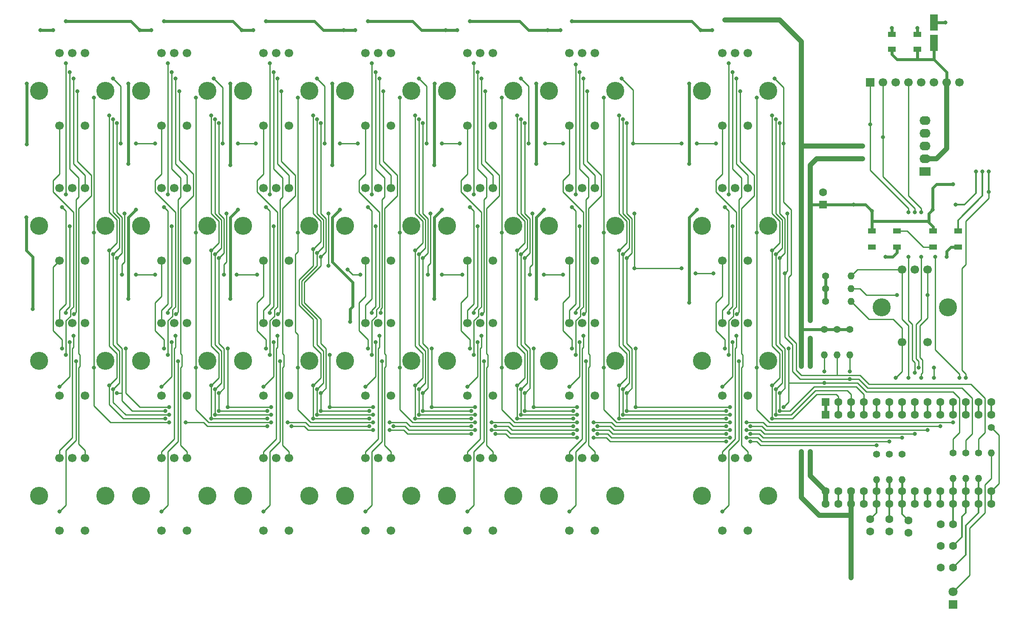
<source format=gbr>
G04 #@! TF.GenerationSoftware,KiCad,Pcbnew,(5.0.2)-1*
G04 #@! TF.CreationDate,2019-03-18T09:59:51+01:00*
G04 #@! TF.ProjectId,PanneauEncoderRotatif_G218,50616e6e-6561-4754-956e-636f64657252,rev?*
G04 #@! TF.SameCoordinates,Original*
G04 #@! TF.FileFunction,Copper,L1,Top*
G04 #@! TF.FilePolarity,Positive*
%FSLAX46Y46*%
G04 Gerber Fmt 4.6, Leading zero omitted, Abs format (unit mm)*
G04 Created by KiCad (PCBNEW (5.0.2)-1) date 18/03/2019 09:59:52*
%MOMM*%
%LPD*%
G01*
G04 APERTURE LIST*
G04 #@! TA.AperFunction,ComponentPad*
%ADD10O,1.400000X1.400000*%
G04 #@! TD*
G04 #@! TA.AperFunction,ComponentPad*
%ADD11C,1.400000*%
G04 #@! TD*
G04 #@! TA.AperFunction,ComponentPad*
%ADD12C,1.700000*%
G04 #@! TD*
G04 #@! TA.AperFunction,ComponentPad*
%ADD13C,3.600000*%
G04 #@! TD*
G04 #@! TA.AperFunction,ComponentPad*
%ADD14C,1.600000*%
G04 #@! TD*
G04 #@! TA.AperFunction,ComponentPad*
%ADD15R,1.600000X1.600000*%
G04 #@! TD*
G04 #@! TA.AperFunction,SMDPad,CuDef*
%ADD16R,1.500000X3.200000*%
G04 #@! TD*
G04 #@! TA.AperFunction,SMDPad,CuDef*
%ADD17R,1.600000X1.000000*%
G04 #@! TD*
G04 #@! TA.AperFunction,ComponentPad*
%ADD18R,1.700000X1.700000*%
G04 #@! TD*
G04 #@! TA.AperFunction,ComponentPad*
%ADD19O,2.200000X1.740000*%
G04 #@! TD*
G04 #@! TA.AperFunction,ComponentPad*
%ADD20R,2.200000X1.740000*%
G04 #@! TD*
G04 #@! TA.AperFunction,ComponentPad*
%ADD21R,1.800000X1.800000*%
G04 #@! TD*
G04 #@! TA.AperFunction,ComponentPad*
%ADD22C,1.800000*%
G04 #@! TD*
G04 #@! TA.AperFunction,ViaPad*
%ADD23C,0.800000*%
G04 #@! TD*
G04 #@! TA.AperFunction,Conductor*
%ADD24C,0.609600*%
G04 #@! TD*
G04 #@! TA.AperFunction,Conductor*
%ADD25C,0.254000*%
G04 #@! TD*
G04 #@! TA.AperFunction,Conductor*
%ADD26C,0.304800*%
G04 #@! TD*
G04 #@! TA.AperFunction,Conductor*
%ADD27C,1.016000*%
G04 #@! TD*
G04 #@! TA.AperFunction,Conductor*
%ADD28C,0.406400*%
G04 #@! TD*
G04 APERTURE END LIST*
D10*
G04 #@! TO.P,R13,2*
G04 #@! TO.N,Net-(LED1-Pad2)*
X223520000Y-113538000D03*
D11*
G04 #@! TO.P,R13,1*
G04 #@! TO.N,TEENSY_LED*
X223520000Y-108458000D03*
G04 #@! TD*
D12*
G04 #@! TO.P,SW62,A*
G04 #@! TO.N,SW62_CH_A*
X175006000Y-60706000D03*
G04 #@! TO.P,SW62,B*
G04 #@! TO.N,SW62_CH_B*
X169926000Y-60706000D03*
G04 #@! TO.P,SW62,C*
G04 #@! TO.N,GND*
X172466000Y-60706000D03*
D13*
G04 #@! TO.P,SW62,P$3*
G04 #@! TO.N,N/C*
X165862000Y-68199000D03*
X179070000Y-68199000D03*
D12*
G04 #@! TO.P,SW62,SW+*
G04 #@! TO.N,SW62_BP*
X169926000Y-75184000D03*
G04 #@! TO.P,SW62,SW-*
G04 #@! TO.N,GND*
X175006000Y-75184000D03*
G04 #@! TD*
G04 #@! TO.P,SW64,A*
G04 #@! TO.N,SW64_CH_A*
X175006000Y-114554000D03*
G04 #@! TO.P,SW64,B*
G04 #@! TO.N,SW64_CH_B*
X169926000Y-114554000D03*
G04 #@! TO.P,SW64,C*
G04 #@! TO.N,GND*
X172466000Y-114554000D03*
D13*
G04 #@! TO.P,SW64,P$3*
G04 #@! TO.N,N/C*
X165862000Y-122047000D03*
X179070000Y-122047000D03*
D12*
G04 #@! TO.P,SW64,SW+*
G04 #@! TO.N,SW64_BP*
X169926000Y-129032000D03*
G04 #@! TO.P,SW64,SW-*
G04 #@! TO.N,GND*
X175006000Y-129032000D03*
G04 #@! TD*
G04 #@! TO.P,SW63,A*
G04 #@! TO.N,SW63_CH_A*
X175006000Y-87630000D03*
G04 #@! TO.P,SW63,B*
G04 #@! TO.N,SW63_CH_B*
X169926000Y-87630000D03*
G04 #@! TO.P,SW63,C*
G04 #@! TO.N,GND*
X172466000Y-87630000D03*
D13*
G04 #@! TO.P,SW63,P$3*
G04 #@! TO.N,N/C*
X165862000Y-95123000D03*
X179070000Y-95123000D03*
D12*
G04 #@! TO.P,SW63,SW+*
G04 #@! TO.N,SW63_BP*
X169926000Y-102108000D03*
G04 #@! TO.P,SW63,SW-*
G04 #@! TO.N,GND*
X175006000Y-102108000D03*
G04 #@! TD*
G04 #@! TO.P,SW61,A*
G04 #@! TO.N,SW61_CH_A*
X175006000Y-33782000D03*
G04 #@! TO.P,SW61,B*
G04 #@! TO.N,SW61_CH_B*
X169926000Y-33782000D03*
G04 #@! TO.P,SW61,C*
G04 #@! TO.N,GND*
X172466000Y-33782000D03*
D13*
G04 #@! TO.P,SW61,P$3*
G04 #@! TO.N,N/C*
X165862000Y-41275000D03*
X179070000Y-41275000D03*
D12*
G04 #@! TO.P,SW61,SW+*
G04 #@! TO.N,SW61_BP*
X169926000Y-48260000D03*
G04 #@! TO.P,SW61,SW-*
G04 #@! TO.N,GND*
X175006000Y-48260000D03*
G04 #@! TD*
G04 #@! TO.P,SW54,A*
G04 #@! TO.N,SW54_CH_A*
X144526000Y-114554000D03*
G04 #@! TO.P,SW54,B*
G04 #@! TO.N,SW54_CH_B*
X139446000Y-114554000D03*
G04 #@! TO.P,SW54,C*
G04 #@! TO.N,GND*
X141986000Y-114554000D03*
D13*
G04 #@! TO.P,SW54,P$3*
G04 #@! TO.N,N/C*
X135382000Y-122047000D03*
X148590000Y-122047000D03*
D12*
G04 #@! TO.P,SW54,SW+*
G04 #@! TO.N,SW54_BP*
X139446000Y-129032000D03*
G04 #@! TO.P,SW54,SW-*
G04 #@! TO.N,GND*
X144526000Y-129032000D03*
G04 #@! TD*
G04 #@! TO.P,SW52,A*
G04 #@! TO.N,SW52_CH_A*
X144526000Y-60706000D03*
G04 #@! TO.P,SW52,B*
G04 #@! TO.N,SW52_CH_B*
X139446000Y-60706000D03*
G04 #@! TO.P,SW52,C*
G04 #@! TO.N,GND*
X141986000Y-60706000D03*
D13*
G04 #@! TO.P,SW52,P$3*
G04 #@! TO.N,N/C*
X135382000Y-68199000D03*
X148590000Y-68199000D03*
D12*
G04 #@! TO.P,SW52,SW+*
G04 #@! TO.N,SW52_BP*
X139446000Y-75184000D03*
G04 #@! TO.P,SW52,SW-*
G04 #@! TO.N,GND*
X144526000Y-75184000D03*
G04 #@! TD*
G04 #@! TO.P,SW51,A*
G04 #@! TO.N,SW51_CH_A*
X144526000Y-33782000D03*
G04 #@! TO.P,SW51,B*
G04 #@! TO.N,SW51_CH_B*
X139446000Y-33782000D03*
G04 #@! TO.P,SW51,C*
G04 #@! TO.N,GND*
X141986000Y-33782000D03*
D13*
G04 #@! TO.P,SW51,P$3*
G04 #@! TO.N,N/C*
X135382000Y-41275000D03*
X148590000Y-41275000D03*
D12*
G04 #@! TO.P,SW51,SW+*
G04 #@! TO.N,SW51_BP*
X139446000Y-48260000D03*
G04 #@! TO.P,SW51,SW-*
G04 #@! TO.N,GND*
X144526000Y-48260000D03*
G04 #@! TD*
G04 #@! TO.P,SW53,A*
G04 #@! TO.N,SW53_CH_A*
X144526000Y-87630000D03*
G04 #@! TO.P,SW53,B*
G04 #@! TO.N,SW53_CH_B*
X139446000Y-87630000D03*
G04 #@! TO.P,SW53,C*
G04 #@! TO.N,GND*
X141986000Y-87630000D03*
D13*
G04 #@! TO.P,SW53,P$3*
G04 #@! TO.N,N/C*
X135382000Y-95123000D03*
X148590000Y-95123000D03*
D12*
G04 #@! TO.P,SW53,SW+*
G04 #@! TO.N,SW53_BP*
X139446000Y-102108000D03*
G04 #@! TO.P,SW53,SW-*
G04 #@! TO.N,GND*
X144526000Y-102108000D03*
G04 #@! TD*
G04 #@! TO.P,SW43,A*
G04 #@! TO.N,SW43_CH_A*
X124206000Y-87630000D03*
G04 #@! TO.P,SW43,B*
G04 #@! TO.N,SW43_CH_B*
X119126000Y-87630000D03*
G04 #@! TO.P,SW43,C*
G04 #@! TO.N,GND*
X121666000Y-87630000D03*
D13*
G04 #@! TO.P,SW43,P$3*
G04 #@! TO.N,N/C*
X115062000Y-95123000D03*
X128270000Y-95123000D03*
D12*
G04 #@! TO.P,SW43,SW+*
G04 #@! TO.N,SW43_BP*
X119126000Y-102108000D03*
G04 #@! TO.P,SW43,SW-*
G04 #@! TO.N,GND*
X124206000Y-102108000D03*
G04 #@! TD*
G04 #@! TO.P,SW42,A*
G04 #@! TO.N,SW42_CH_A*
X124206000Y-60706000D03*
G04 #@! TO.P,SW42,B*
G04 #@! TO.N,SW42_CH_B*
X119126000Y-60706000D03*
G04 #@! TO.P,SW42,C*
G04 #@! TO.N,GND*
X121666000Y-60706000D03*
D13*
G04 #@! TO.P,SW42,P$3*
G04 #@! TO.N,N/C*
X115062000Y-68199000D03*
X128270000Y-68199000D03*
D12*
G04 #@! TO.P,SW42,SW+*
G04 #@! TO.N,SW42_BP*
X119126000Y-75184000D03*
G04 #@! TO.P,SW42,SW-*
G04 #@! TO.N,GND*
X124206000Y-75184000D03*
G04 #@! TD*
G04 #@! TO.P,SW44,A*
G04 #@! TO.N,SW44_CH_A*
X124206000Y-114554000D03*
G04 #@! TO.P,SW44,B*
G04 #@! TO.N,SW44_CH_B*
X119126000Y-114554000D03*
G04 #@! TO.P,SW44,C*
G04 #@! TO.N,GND*
X121666000Y-114554000D03*
D13*
G04 #@! TO.P,SW44,P$3*
G04 #@! TO.N,N/C*
X115062000Y-122047000D03*
X128270000Y-122047000D03*
D12*
G04 #@! TO.P,SW44,SW+*
G04 #@! TO.N,SW44_BP*
X119126000Y-129032000D03*
G04 #@! TO.P,SW44,SW-*
G04 #@! TO.N,GND*
X124206000Y-129032000D03*
G04 #@! TD*
G04 #@! TO.P,SW41,A*
G04 #@! TO.N,SW41_CH_A*
X124206000Y-33782000D03*
G04 #@! TO.P,SW41,B*
G04 #@! TO.N,SW41_CH_B*
X119126000Y-33782000D03*
G04 #@! TO.P,SW41,C*
G04 #@! TO.N,GND*
X121666000Y-33782000D03*
D13*
G04 #@! TO.P,SW41,P$3*
G04 #@! TO.N,N/C*
X115062000Y-41275000D03*
X128270000Y-41275000D03*
D12*
G04 #@! TO.P,SW41,SW+*
G04 #@! TO.N,SW41_BP*
X119126000Y-48260000D03*
G04 #@! TO.P,SW41,SW-*
G04 #@! TO.N,GND*
X124206000Y-48260000D03*
G04 #@! TD*
G04 #@! TO.P,SW33,A*
G04 #@! TO.N,SW33_CH_A*
X103886000Y-87630000D03*
G04 #@! TO.P,SW33,B*
G04 #@! TO.N,SW33_CH_B*
X98806000Y-87630000D03*
G04 #@! TO.P,SW33,C*
G04 #@! TO.N,GND*
X101346000Y-87630000D03*
D13*
G04 #@! TO.P,SW33,P$3*
G04 #@! TO.N,N/C*
X94742000Y-95123000D03*
X107950000Y-95123000D03*
D12*
G04 #@! TO.P,SW33,SW+*
G04 #@! TO.N,SW33_BP*
X98806000Y-102108000D03*
G04 #@! TO.P,SW33,SW-*
G04 #@! TO.N,GND*
X103886000Y-102108000D03*
G04 #@! TD*
G04 #@! TO.P,SW32,A*
G04 #@! TO.N,SW32_CH_A*
X103886000Y-60706000D03*
G04 #@! TO.P,SW32,B*
G04 #@! TO.N,SW32_CH_B*
X98806000Y-60706000D03*
G04 #@! TO.P,SW32,C*
G04 #@! TO.N,GND*
X101346000Y-60706000D03*
D13*
G04 #@! TO.P,SW32,P$3*
G04 #@! TO.N,N/C*
X94742000Y-68199000D03*
X107950000Y-68199000D03*
D12*
G04 #@! TO.P,SW32,SW+*
G04 #@! TO.N,SW32_BP*
X98806000Y-75184000D03*
G04 #@! TO.P,SW32,SW-*
G04 #@! TO.N,GND*
X103886000Y-75184000D03*
G04 #@! TD*
G04 #@! TO.P,SW31,A*
G04 #@! TO.N,SW31_CH_A*
X103886000Y-33782000D03*
G04 #@! TO.P,SW31,B*
G04 #@! TO.N,SW31_CH_B*
X98806000Y-33782000D03*
G04 #@! TO.P,SW31,C*
G04 #@! TO.N,GND*
X101346000Y-33782000D03*
D13*
G04 #@! TO.P,SW31,P$3*
G04 #@! TO.N,N/C*
X94742000Y-41275000D03*
X107950000Y-41275000D03*
D12*
G04 #@! TO.P,SW31,SW+*
G04 #@! TO.N,SW31_BP*
X98806000Y-48260000D03*
G04 #@! TO.P,SW31,SW-*
G04 #@! TO.N,GND*
X103886000Y-48260000D03*
G04 #@! TD*
G04 #@! TO.P,SW34,A*
G04 #@! TO.N,SW34_CH_A*
X103886000Y-114554000D03*
G04 #@! TO.P,SW34,B*
G04 #@! TO.N,SW34_CH_B*
X98806000Y-114554000D03*
G04 #@! TO.P,SW34,C*
G04 #@! TO.N,GND*
X101346000Y-114554000D03*
D13*
G04 #@! TO.P,SW34,P$3*
G04 #@! TO.N,N/C*
X94742000Y-122047000D03*
X107950000Y-122047000D03*
D12*
G04 #@! TO.P,SW34,SW+*
G04 #@! TO.N,SW34_BP*
X98806000Y-129032000D03*
G04 #@! TO.P,SW34,SW-*
G04 #@! TO.N,GND*
X103886000Y-129032000D03*
G04 #@! TD*
G04 #@! TO.P,SW21,A*
G04 #@! TO.N,SW21_CH_A*
X83566000Y-33782000D03*
G04 #@! TO.P,SW21,B*
G04 #@! TO.N,SW21_CH_B*
X78486000Y-33782000D03*
G04 #@! TO.P,SW21,C*
G04 #@! TO.N,GND*
X81026000Y-33782000D03*
D13*
G04 #@! TO.P,SW21,P$3*
G04 #@! TO.N,N/C*
X74422000Y-41275000D03*
X87630000Y-41275000D03*
D12*
G04 #@! TO.P,SW21,SW+*
G04 #@! TO.N,SW21_BP*
X78486000Y-48260000D03*
G04 #@! TO.P,SW21,SW-*
G04 #@! TO.N,GND*
X83566000Y-48260000D03*
G04 #@! TD*
G04 #@! TO.P,SW23,A*
G04 #@! TO.N,SW23_CH_A*
X83566000Y-87630000D03*
G04 #@! TO.P,SW23,B*
G04 #@! TO.N,SW23_CH_B*
X78486000Y-87630000D03*
G04 #@! TO.P,SW23,C*
G04 #@! TO.N,GND*
X81026000Y-87630000D03*
D13*
G04 #@! TO.P,SW23,P$3*
G04 #@! TO.N,N/C*
X74422000Y-95123000D03*
X87630000Y-95123000D03*
D12*
G04 #@! TO.P,SW23,SW+*
G04 #@! TO.N,SW23_BP*
X78486000Y-102108000D03*
G04 #@! TO.P,SW23,SW-*
G04 #@! TO.N,GND*
X83566000Y-102108000D03*
G04 #@! TD*
G04 #@! TO.P,SW24,A*
G04 #@! TO.N,SW24_CH_A*
X83566000Y-114554000D03*
G04 #@! TO.P,SW24,B*
G04 #@! TO.N,SW24_CH_B*
X78486000Y-114554000D03*
G04 #@! TO.P,SW24,C*
G04 #@! TO.N,GND*
X81026000Y-114554000D03*
D13*
G04 #@! TO.P,SW24,P$3*
G04 #@! TO.N,N/C*
X74422000Y-122047000D03*
X87630000Y-122047000D03*
D12*
G04 #@! TO.P,SW24,SW+*
G04 #@! TO.N,SW24_BP*
X78486000Y-129032000D03*
G04 #@! TO.P,SW24,SW-*
G04 #@! TO.N,GND*
X83566000Y-129032000D03*
G04 #@! TD*
G04 #@! TO.P,SW22,A*
G04 #@! TO.N,SW22_CH_A*
X83566000Y-60706000D03*
G04 #@! TO.P,SW22,B*
G04 #@! TO.N,SW22_CH_B*
X78486000Y-60706000D03*
G04 #@! TO.P,SW22,C*
G04 #@! TO.N,GND*
X81026000Y-60706000D03*
D13*
G04 #@! TO.P,SW22,P$3*
G04 #@! TO.N,N/C*
X74422000Y-68199000D03*
X87630000Y-68199000D03*
D12*
G04 #@! TO.P,SW22,SW+*
G04 #@! TO.N,SW22_BP*
X78486000Y-75184000D03*
G04 #@! TO.P,SW22,SW-*
G04 #@! TO.N,GND*
X83566000Y-75184000D03*
G04 #@! TD*
G04 #@! TO.P,SW12,A*
G04 #@! TO.N,SW12_CH_A*
X63246000Y-60706000D03*
G04 #@! TO.P,SW12,B*
G04 #@! TO.N,SW12_CH_B*
X58166000Y-60706000D03*
G04 #@! TO.P,SW12,C*
G04 #@! TO.N,GND*
X60706000Y-60706000D03*
D13*
G04 #@! TO.P,SW12,P$3*
G04 #@! TO.N,N/C*
X54102000Y-68199000D03*
X67310000Y-68199000D03*
D12*
G04 #@! TO.P,SW12,SW+*
G04 #@! TO.N,SW12_BP*
X58166000Y-75184000D03*
G04 #@! TO.P,SW12,SW-*
G04 #@! TO.N,GND*
X63246000Y-75184000D03*
G04 #@! TD*
G04 #@! TO.P,SW14,A*
G04 #@! TO.N,SW14_CH_A*
X63246000Y-114554000D03*
G04 #@! TO.P,SW14,B*
G04 #@! TO.N,SW14_CH_B*
X58166000Y-114554000D03*
G04 #@! TO.P,SW14,C*
G04 #@! TO.N,GND*
X60706000Y-114554000D03*
D13*
G04 #@! TO.P,SW14,P$3*
G04 #@! TO.N,N/C*
X54102000Y-122047000D03*
X67310000Y-122047000D03*
D12*
G04 #@! TO.P,SW14,SW+*
G04 #@! TO.N,SW14_BP*
X58166000Y-129032000D03*
G04 #@! TO.P,SW14,SW-*
G04 #@! TO.N,GND*
X63246000Y-129032000D03*
G04 #@! TD*
G04 #@! TO.P,SW13,A*
G04 #@! TO.N,SW13_CH_A*
X63246000Y-87630000D03*
G04 #@! TO.P,SW13,B*
G04 #@! TO.N,SW13_CH_B*
X58166000Y-87630000D03*
G04 #@! TO.P,SW13,C*
G04 #@! TO.N,GND*
X60706000Y-87630000D03*
D13*
G04 #@! TO.P,SW13,P$3*
G04 #@! TO.N,N/C*
X54102000Y-95123000D03*
X67310000Y-95123000D03*
D12*
G04 #@! TO.P,SW13,SW+*
G04 #@! TO.N,SW13_BP*
X58166000Y-102108000D03*
G04 #@! TO.P,SW13,SW-*
G04 #@! TO.N,GND*
X63246000Y-102108000D03*
G04 #@! TD*
G04 #@! TO.P,SW11,A*
G04 #@! TO.N,SW11_CH_A*
X63246000Y-33782000D03*
G04 #@! TO.P,SW11,B*
G04 #@! TO.N,SW11_CH_B*
X58166000Y-33782000D03*
G04 #@! TO.P,SW11,C*
G04 #@! TO.N,GND*
X60706000Y-33782000D03*
D13*
G04 #@! TO.P,SW11,P$3*
G04 #@! TO.N,N/C*
X54102000Y-41275000D03*
X67310000Y-41275000D03*
D12*
G04 #@! TO.P,SW11,SW+*
G04 #@! TO.N,SW11_BP*
X58166000Y-48260000D03*
G04 #@! TO.P,SW11,SW-*
G04 #@! TO.N,GND*
X63246000Y-48260000D03*
G04 #@! TD*
G04 #@! TO.P,SW2,A*
G04 #@! TO.N,SW02_CH_A*
X42926000Y-60706000D03*
G04 #@! TO.P,SW2,B*
G04 #@! TO.N,SW02_CH_B*
X37846000Y-60706000D03*
G04 #@! TO.P,SW2,C*
G04 #@! TO.N,GND*
X40386000Y-60706000D03*
D13*
G04 #@! TO.P,SW2,P$3*
G04 #@! TO.N,N/C*
X33782000Y-68199000D03*
X46990000Y-68199000D03*
D12*
G04 #@! TO.P,SW2,SW+*
G04 #@! TO.N,SW02_BP*
X37846000Y-75184000D03*
G04 #@! TO.P,SW2,SW-*
G04 #@! TO.N,GND*
X42926000Y-75184000D03*
G04 #@! TD*
G04 #@! TO.P,SW1,A*
G04 #@! TO.N,SW01_CH_A*
X42926000Y-33782000D03*
G04 #@! TO.P,SW1,B*
G04 #@! TO.N,SW01_CH_B*
X37846000Y-33782000D03*
G04 #@! TO.P,SW1,C*
G04 #@! TO.N,GND*
X40386000Y-33782000D03*
D13*
G04 #@! TO.P,SW1,P$3*
G04 #@! TO.N,N/C*
X33782000Y-41275000D03*
X46990000Y-41275000D03*
D12*
G04 #@! TO.P,SW1,SW+*
G04 #@! TO.N,SW01_BP*
X37846000Y-48260000D03*
G04 #@! TO.P,SW1,SW-*
G04 #@! TO.N,GND*
X42926000Y-48260000D03*
G04 #@! TD*
G04 #@! TO.P,SW3,A*
G04 #@! TO.N,SW03_CH_A*
X42926000Y-87630000D03*
G04 #@! TO.P,SW3,B*
G04 #@! TO.N,SW03_CH_B*
X37846000Y-87630000D03*
G04 #@! TO.P,SW3,C*
G04 #@! TO.N,GND*
X40386000Y-87630000D03*
D13*
G04 #@! TO.P,SW3,P$3*
G04 #@! TO.N,N/C*
X33782000Y-95123000D03*
X46990000Y-95123000D03*
D12*
G04 #@! TO.P,SW3,SW+*
G04 #@! TO.N,SW03_BP*
X37846000Y-102108000D03*
G04 #@! TO.P,SW3,SW-*
G04 #@! TO.N,GND*
X42926000Y-102108000D03*
G04 #@! TD*
G04 #@! TO.P,SW4,A*
G04 #@! TO.N,SW04_CH_A*
X42926000Y-114554000D03*
G04 #@! TO.P,SW4,B*
G04 #@! TO.N,SW04_CH_B*
X37846000Y-114554000D03*
G04 #@! TO.P,SW4,C*
G04 #@! TO.N,GND*
X40386000Y-114554000D03*
D13*
G04 #@! TO.P,SW4,P$3*
G04 #@! TO.N,N/C*
X33782000Y-122047000D03*
X46990000Y-122047000D03*
D12*
G04 #@! TO.P,SW4,SW+*
G04 #@! TO.N,SW04_BP*
X37846000Y-129032000D03*
G04 #@! TO.P,SW4,SW-*
G04 #@! TO.N,GND*
X42926000Y-129032000D03*
G04 #@! TD*
G04 #@! TO.P,SW_MAIN1,A*
G04 #@! TO.N,UI_CH_A*
X210820000Y-76962000D03*
G04 #@! TO.P,SW_MAIN1,B*
G04 #@! TO.N,UI_CH_B*
X205740000Y-76962000D03*
G04 #@! TO.P,SW_MAIN1,C*
G04 #@! TO.N,GND*
X208280000Y-76962000D03*
D13*
G04 #@! TO.P,SW_MAIN1,P$3*
G04 #@! TO.N,N/C*
X201676000Y-84455000D03*
X214884000Y-84455000D03*
D12*
G04 #@! TO.P,SW_MAIN1,SW+*
G04 #@! TO.N,UI_BP*
X205740000Y-91440000D03*
G04 #@! TO.P,SW_MAIN1,SW-*
G04 #@! TO.N,GND*
X210820000Y-91440000D03*
G04 #@! TD*
D14*
G04 #@! TO.P,U100,20*
G04 #@! TO.N,TEENSY_LED*
X223520000Y-121158000D03*
G04 #@! TO.P,U100,14*
G04 #@! TO.N,Net-(U100-Pad14)*
X223520000Y-105918000D03*
G04 #@! TO.P,U100,21*
G04 #@! TO.N,CH_A_F*
X220980000Y-121158000D03*
G04 #@! TO.P,U100,22*
G04 #@! TO.N,CH_B_F*
X218440000Y-121158000D03*
G04 #@! TO.P,U100,23*
G04 #@! TO.N,BP_F*
X215900000Y-121158000D03*
G04 #@! TO.P,U100,24*
G04 #@! TO.N,LCD_RST*
X213360000Y-121158000D03*
G04 #@! TO.P,U100,25*
G04 #@! TO.N,SDA*
X210820000Y-121158000D03*
G04 #@! TO.P,U100,26*
G04 #@! TO.N,SCL*
X208280000Y-121158000D03*
G04 #@! TO.P,U100,27*
G04 #@! TO.N,UI_CH_A_F*
X205740000Y-121158000D03*
G04 #@! TO.P,U100,28*
G04 #@! TO.N,UI_CH_B_F*
X203200000Y-121158000D03*
G04 #@! TO.P,U100,29*
G04 #@! TO.N,UI_BP_F*
X200660000Y-121158000D03*
G04 #@! TO.P,U100,30*
G04 #@! TO.N,Net-(U100-Pad30)*
X198120000Y-121158000D03*
G04 #@! TO.P,U100,31*
G04 #@! TO.N,3V3*
X195580000Y-121158000D03*
G04 #@! TO.P,U100,32*
G04 #@! TO.N,Net-(U100-Pad32)*
X193040000Y-121158000D03*
G04 #@! TO.P,U100,33*
G04 #@! TO.N,+5V*
X190500000Y-121158000D03*
G04 #@! TO.P,U100,13*
G04 #@! TO.N,Net-(U100-Pad13)*
X220980000Y-105918000D03*
G04 #@! TO.P,U100,12*
G04 #@! TO.N,OLED_IN_3V3*
X218440000Y-105918000D03*
G04 #@! TO.P,U100,11*
G04 #@! TO.N,Enable_Column6*
X215900000Y-105918000D03*
G04 #@! TO.P,U100,10*
G04 #@! TO.N,Enable_Column5*
X213360000Y-105918000D03*
G04 #@! TO.P,U100,9*
G04 #@! TO.N,Enable_Column4*
X210820000Y-105918000D03*
G04 #@! TO.P,U100,8*
G04 #@! TO.N,Enable_Column3*
X208280000Y-105918000D03*
G04 #@! TO.P,U100,7*
G04 #@! TO.N,Enable_Column2*
X205740000Y-105918000D03*
G04 #@! TO.P,U100,6*
G04 #@! TO.N,Enable_Column1*
X203200000Y-105918000D03*
G04 #@! TO.P,U100,5*
G04 #@! TO.N,Enable_Column0*
X200660000Y-105918000D03*
G04 #@! TO.P,U100,4*
G04 #@! TO.N,Select_C*
X198120000Y-105918000D03*
G04 #@! TO.P,U100,3*
G04 #@! TO.N,Select_B*
X195580000Y-105918000D03*
G04 #@! TO.P,U100,2*
G04 #@! TO.N,Select_A*
X193040000Y-105918000D03*
D15*
G04 #@! TO.P,U100,1*
G04 #@! TO.N,GND*
X190500000Y-105918000D03*
G04 #@! TD*
D14*
G04 #@! TO.P,REF\002A\002A,14*
G04 #@! TO.N,Net-(U100-Pad14)*
X223520000Y-103378000D03*
G04 #@! TO.P,REF\002A\002A,13*
G04 #@! TO.N,Net-(U100-Pad13)*
X220980000Y-103378000D03*
G04 #@! TO.P,REF\002A\002A,12*
G04 #@! TO.N,NEOPIXEL_IN_3V3*
X218440000Y-103378000D03*
G04 #@! TO.P,REF\002A\002A,11*
G04 #@! TO.N,Enable_Column6*
X215900000Y-103378000D03*
G04 #@! TO.P,REF\002A\002A,10*
G04 #@! TO.N,Enable_Column5*
X213360000Y-103378000D03*
G04 #@! TO.P,REF\002A\002A,9*
G04 #@! TO.N,Enable_Column4*
X210820000Y-103378000D03*
G04 #@! TO.P,REF\002A\002A,8*
G04 #@! TO.N,Enable_Column3*
X208280000Y-103378000D03*
G04 #@! TO.P,REF\002A\002A,7*
G04 #@! TO.N,Enable_Column2*
X205740000Y-103378000D03*
G04 #@! TO.P,REF\002A\002A,6*
G04 #@! TO.N,Enable_Column1*
X203200000Y-103378000D03*
G04 #@! TO.P,REF\002A\002A,5*
G04 #@! TO.N,Enable_Column0*
X200660000Y-103378000D03*
G04 #@! TO.P,REF\002A\002A,4*
G04 #@! TO.N,Select_C*
X198120000Y-103378000D03*
G04 #@! TO.P,REF\002A\002A,3*
G04 #@! TO.N,Select_B*
X195580000Y-103378000D03*
G04 #@! TO.P,REF\002A\002A,2*
G04 #@! TO.N,Select_A*
X193040000Y-103378000D03*
D15*
G04 #@! TO.P,REF\002A\002A,1*
G04 #@! TO.N,GND*
X190500000Y-103378000D03*
G04 #@! TD*
D14*
G04 #@! TO.P,REF\002A\002A,1*
G04 #@! TO.N,+5V*
X190500000Y-123698000D03*
G04 #@! TO.P,REF\002A\002A,2*
G04 #@! TO.N,Net-(U100-Pad32)*
X193040000Y-123698000D03*
G04 #@! TO.P,REF\002A\002A,3*
G04 #@! TO.N,3V3*
X195580000Y-123698000D03*
G04 #@! TO.P,REF\002A\002A,4*
G04 #@! TO.N,Net-(U100-Pad30)*
X198120000Y-123698000D03*
G04 #@! TO.P,REF\002A\002A,5*
G04 #@! TO.N,UI_BP_F*
X200660000Y-123698000D03*
G04 #@! TO.P,REF\002A\002A,6*
G04 #@! TO.N,UI_CH_B_F*
X203200000Y-123698000D03*
G04 #@! TO.P,REF\002A\002A,7*
G04 #@! TO.N,UI_CH_A_F*
X205740000Y-123698000D03*
G04 #@! TO.P,REF\002A\002A,8*
G04 #@! TO.N,SCL*
X208280000Y-123698000D03*
G04 #@! TO.P,REF\002A\002A,9*
G04 #@! TO.N,SDA*
X210820000Y-123698000D03*
G04 #@! TO.P,REF\002A\002A,10*
G04 #@! TO.N,LCD_RST*
X213360000Y-123698000D03*
G04 #@! TO.P,REF\002A\002A,11*
G04 #@! TO.N,BP_F*
X215900000Y-123698000D03*
G04 #@! TO.P,REF\002A\002A,12*
G04 #@! TO.N,CH_B_F*
X218440000Y-123698000D03*
G04 #@! TO.P,REF\002A\002A,13*
G04 #@! TO.N,CH_A_F*
X220980000Y-123698000D03*
G04 #@! TO.P,REF\002A\002A,14*
G04 #@! TO.N,TEENSY_LED*
X223520000Y-123698000D03*
G04 #@! TD*
D11*
G04 #@! TO.P,R9,1*
G04 #@! TO.N,CH_A*
X220980000Y-113538000D03*
D10*
G04 #@! TO.P,R9,2*
G04 #@! TO.N,CH_A_F*
X220980000Y-118618000D03*
G04 #@! TD*
D11*
G04 #@! TO.P,R8,1*
G04 #@! TO.N,CH_B*
X218440000Y-113538000D03*
D10*
G04 #@! TO.P,R8,2*
G04 #@! TO.N,CH_B_F*
X218440000Y-118618000D03*
G04 #@! TD*
G04 #@! TO.P,R7,2*
G04 #@! TO.N,BP_F*
X215900000Y-118618000D03*
D11*
G04 #@! TO.P,R7,1*
G04 #@! TO.N,BP*
X215900000Y-113538000D03*
G04 #@! TD*
G04 #@! TO.P,R6,1*
G04 #@! TO.N,3V3*
X190500000Y-83312000D03*
D10*
G04 #@! TO.P,R6,2*
G04 #@! TO.N,UI_BP*
X195580000Y-83312000D03*
G04 #@! TD*
D11*
G04 #@! TO.P,R5,1*
G04 #@! TO.N,3V3*
X190500000Y-80772000D03*
D10*
G04 #@! TO.P,R5,2*
G04 #@! TO.N,UI_CH_A*
X195580000Y-80772000D03*
G04 #@! TD*
D11*
G04 #@! TO.P,R4,1*
G04 #@! TO.N,3V3*
X190500000Y-78232000D03*
D10*
G04 #@! TO.P,R4,2*
G04 #@! TO.N,UI_CH_B*
X195580000Y-78232000D03*
G04 #@! TD*
D11*
G04 #@! TO.P,R3,1*
G04 #@! TO.N,3V3*
X190246000Y-88900000D03*
D10*
G04 #@! TO.P,R3,2*
G04 #@! TO.N,BP*
X190246000Y-93980000D03*
G04 #@! TD*
D11*
G04 #@! TO.P,R2,1*
G04 #@! TO.N,3V3*
X195326000Y-88900000D03*
D10*
G04 #@! TO.P,R2,2*
G04 #@! TO.N,CH_B*
X195326000Y-93980000D03*
G04 #@! TD*
D11*
G04 #@! TO.P,R1,1*
G04 #@! TO.N,3V3*
X192786000Y-88900000D03*
D10*
G04 #@! TO.P,R1,2*
G04 #@! TO.N,CH_A*
X192786000Y-93980000D03*
G04 #@! TD*
D16*
G04 #@! TO.P,CM4,2*
G04 #@! TO.N,GND*
X212090000Y-27686000D03*
G04 #@! TO.P,CM4,1*
G04 #@! TO.N,+5V*
X212090000Y-31686000D03*
G04 #@! TD*
D17*
G04 #@! TO.P,CM5,2*
G04 #@! TO.N,+5V*
X203708000Y-32996000D03*
G04 #@! TO.P,CM5,1*
G04 #@! TO.N,GND*
X203708000Y-29996000D03*
G04 #@! TD*
G04 #@! TO.P,CM6,1*
G04 #@! TO.N,GND*
X208788000Y-29996000D03*
G04 #@! TO.P,CM6,2*
G04 #@! TO.N,+5V*
X208788000Y-32996000D03*
G04 #@! TD*
D18*
G04 #@! TO.P,OLED1,1*
G04 #@! TO.N,SDA*
X199390000Y-39624000D03*
D12*
G04 #@! TO.P,OLED1,2*
G04 #@! TO.N,SCL*
X201930000Y-39624000D03*
G04 #@! TO.P,OLED1,3*
G04 #@! TO.N,Net-(OLED1-Pad3)*
X204470000Y-39624000D03*
G04 #@! TO.P,OLED1,4*
G04 #@! TO.N,LCD_RST*
X207010000Y-39624000D03*
G04 #@! TO.P,OLED1,5*
G04 #@! TO.N,Net-(OLED1-Pad5)*
X209550000Y-39624000D03*
G04 #@! TO.P,OLED1,6*
G04 #@! TO.N,Net-(OLED1-Pad6)*
X212090000Y-39624000D03*
G04 #@! TO.P,OLED1,7*
G04 #@! TO.N,+5V*
X214630000Y-39624000D03*
G04 #@! TO.P,OLED1,8*
G04 #@! TO.N,GND*
X217170000Y-39624000D03*
G04 #@! TD*
D14*
G04 #@! TO.P,CM7,2*
G04 #@! TO.N,GND*
X213400000Y-136398000D03*
G04 #@! TO.P,CM7,1*
G04 #@! TO.N,CH_A_F*
X215900000Y-136398000D03*
G04 #@! TD*
G04 #@! TO.P,CM8,1*
G04 #@! TO.N,CH_B_F*
X215900000Y-132080000D03*
G04 #@! TO.P,CM8,2*
G04 #@! TO.N,GND*
X213400000Y-132080000D03*
G04 #@! TD*
G04 #@! TO.P,CM9,2*
G04 #@! TO.N,GND*
X213400000Y-127762000D03*
G04 #@! TO.P,CM9,1*
G04 #@! TO.N,BP_F*
X215900000Y-127762000D03*
G04 #@! TD*
G04 #@! TO.P,CM10,2*
G04 #@! TO.N,GND*
X203200000Y-129206000D03*
G04 #@! TO.P,CM10,1*
G04 #@! TO.N,UI_CH_B_F*
X203200000Y-126706000D03*
G04 #@! TD*
G04 #@! TO.P,CM11,2*
G04 #@! TO.N,GND*
X207010000Y-129460000D03*
G04 #@! TO.P,CM11,1*
G04 #@! TO.N,UI_CH_A_F*
X207010000Y-126960000D03*
G04 #@! TD*
G04 #@! TO.P,CM12,1*
G04 #@! TO.N,UI_BP_F*
X199390000Y-126706000D03*
G04 #@! TO.P,CM12,2*
G04 #@! TO.N,GND*
X199390000Y-129206000D03*
G04 #@! TD*
D11*
G04 #@! TO.P,R10,1*
G04 #@! TO.N,UI_CH_B*
X203200000Y-113792000D03*
D10*
G04 #@! TO.P,R10,2*
G04 #@! TO.N,UI_CH_B_F*
X203200000Y-118872000D03*
G04 #@! TD*
G04 #@! TO.P,R11,2*
G04 #@! TO.N,UI_CH_A_F*
X205740000Y-118872000D03*
D11*
G04 #@! TO.P,R11,1*
G04 #@! TO.N,UI_CH_A*
X205740000Y-113792000D03*
G04 #@! TD*
D10*
G04 #@! TO.P,R12,2*
G04 #@! TO.N,UI_BP_F*
X200660000Y-118872000D03*
D11*
G04 #@! TO.P,R12,1*
G04 #@! TO.N,UI_BP*
X200660000Y-113792000D03*
G04 #@! TD*
D19*
G04 #@! TO.P,TEENSY_I2C,5*
G04 #@! TO.N,SDA*
X210312000Y-47244000D03*
G04 #@! TO.P,TEENSY_I2C,4*
G04 #@! TO.N,SCL*
X210312000Y-49784000D03*
G04 #@! TO.P,TEENSY_I2C,3*
G04 #@! TO.N,3V3*
X210312000Y-52324000D03*
G04 #@! TO.P,TEENSY_I2C,2*
G04 #@! TO.N,+5V*
X210312000Y-54864000D03*
D20*
G04 #@! TO.P,TEENSY_I2C,1*
G04 #@! TO.N,GND*
X210312000Y-57404000D03*
G04 #@! TD*
D17*
G04 #@! TO.P,D1,1*
G04 #@! TO.N,+5V*
X211876000Y-69266000D03*
G04 #@! TO.P,D1,2*
G04 #@! TO.N,Net-(D1-Pad2)*
X211876000Y-72466000D03*
G04 #@! TO.P,D1,4*
G04 #@! TO.N,NEOPIXEL_IN*
X216876000Y-69266000D03*
G04 #@! TO.P,D1,3*
G04 #@! TO.N,GND*
X216876000Y-72466000D03*
G04 #@! TD*
G04 #@! TO.P,D2,3*
G04 #@! TO.N,GND*
X204684000Y-72466000D03*
G04 #@! TO.P,D2,4*
G04 #@! TO.N,Net-(D1-Pad2)*
X204684000Y-69266000D03*
G04 #@! TO.P,D2,2*
G04 #@! TO.N,Net-(D2-Pad2)*
X199684000Y-72466000D03*
G04 #@! TO.P,D2,1*
G04 #@! TO.N,+5V*
X199684000Y-69266000D03*
G04 #@! TD*
D14*
G04 #@! TO.P,C10,2*
G04 #@! TO.N,GND*
X189992000Y-61508000D03*
D15*
G04 #@! TO.P,C10,1*
G04 #@! TO.N,+5V*
X189992000Y-64008000D03*
G04 #@! TD*
D21*
G04 #@! TO.P,LED1,1*
G04 #@! TO.N,GND*
X215900000Y-143764000D03*
D22*
G04 #@! TO.P,LED1,2*
G04 #@! TO.N,Net-(LED1-Pad2)*
X215900000Y-141224000D03*
G04 #@! TD*
D23*
G04 #@! TO.N,GND*
X208788000Y-28726000D03*
X214376000Y-27686000D03*
X203708000Y-28726000D03*
X214630000Y-74422000D03*
X202438000Y-74422000D03*
G04 #@! TO.N,Select_C*
X181356000Y-47752000D03*
X181356000Y-105156000D03*
X181356000Y-101600000D03*
X181356000Y-74676000D03*
X150876000Y-74676000D03*
X150876000Y-47752000D03*
X150876000Y-101600000D03*
X150876000Y-105156000D03*
X130556000Y-74676000D03*
X130556000Y-101600000D03*
X130556000Y-105156000D03*
X130556000Y-47752000D03*
X110236000Y-105156000D03*
X110236000Y-47752000D03*
X110236000Y-101600000D03*
X89916000Y-74422000D03*
X89916000Y-101600000D03*
X89916000Y-47752000D03*
X69596000Y-47752000D03*
X69596000Y-101600000D03*
X69596000Y-74676000D03*
X49276000Y-47752000D03*
X49276000Y-74676000D03*
X49276000Y-101600000D03*
X69596000Y-105156000D03*
X89916000Y-105156000D03*
X110236000Y-74676000D03*
X170688000Y-105156000D03*
X140208000Y-105156000D03*
X119888000Y-105156000D03*
X99568000Y-105156000D03*
X79248000Y-105156000D03*
X58928000Y-105156000D03*
G04 #@! TO.N,Select_B*
X180594000Y-46990000D03*
X180594000Y-73914000D03*
X180594000Y-105918000D03*
X180594000Y-100838000D03*
X150114000Y-100838000D03*
X150114000Y-46990000D03*
X150114000Y-73914000D03*
X150113994Y-105918000D03*
X129794000Y-46990000D03*
X129794000Y-73914000D03*
X129794000Y-100838000D03*
X109474000Y-100838000D03*
X109474000Y-46990000D03*
X89154000Y-73660000D03*
X89154000Y-100838000D03*
X89154000Y-46990000D03*
X68834000Y-46990000D03*
X68834000Y-73914000D03*
X68834000Y-100838000D03*
X48514000Y-46990000D03*
X48514000Y-100838000D03*
X48514000Y-73914000D03*
X89154000Y-105918000D03*
X68834000Y-105918000D03*
X109474000Y-73914000D03*
X129794000Y-105918000D03*
X109474000Y-105918000D03*
X171450000Y-105918000D03*
X140970000Y-105918000D03*
X120650000Y-105918000D03*
X100330000Y-105918000D03*
X80010000Y-105918000D03*
X59690000Y-105918000D03*
G04 #@! TO.N,Select_A*
X179832000Y-100076000D03*
X179832000Y-73152000D03*
X179832000Y-46228000D03*
X149352000Y-73152000D03*
X149352000Y-46228000D03*
X149352000Y-100076000D03*
X129032000Y-106680000D03*
X129032000Y-100076000D03*
X129032000Y-73152000D03*
X129032000Y-46228000D03*
X108712000Y-73152000D03*
X108712000Y-100076000D03*
X108712000Y-46228000D03*
X108712000Y-106680000D03*
X88392000Y-46228000D03*
X88392000Y-72898000D03*
X88392000Y-100076000D03*
X68072000Y-46228000D03*
X68072000Y-73152000D03*
X68072000Y-100076000D03*
X47752000Y-46228000D03*
X47752000Y-100076000D03*
X47752000Y-73152000D03*
X88392000Y-106680000D03*
X68072000Y-106680000D03*
X179832000Y-106680000D03*
X149352000Y-106680000D03*
X170688000Y-106680000D03*
X140208000Y-106680000D03*
X119888000Y-106680000D03*
X99568000Y-106680000D03*
X79248000Y-106680000D03*
X58928000Y-106680000D03*
G04 #@! TO.N,Enable_Column1*
X65024000Y-96520000D03*
X65024000Y-69596000D03*
X104394000Y-108204000D03*
X145034000Y-109728000D03*
X174752000Y-110490000D03*
X171450000Y-110490000D03*
X140208000Y-109728000D03*
X120650000Y-108966000D03*
X123952000Y-108966000D03*
X99568000Y-108204000D03*
X83312000Y-107442000D03*
X80010000Y-107442000D03*
X203200000Y-111252000D03*
X65024000Y-42672000D03*
G04 #@! TO.N,SW11_CH_B*
X59436000Y-61976000D03*
X59436000Y-35814000D03*
G04 #@! TO.N,SW11_BP*
X59436000Y-93980000D03*
G04 #@! TO.N,SW12_BP*
X58674000Y-92710000D03*
G04 #@! TO.N,SW12_CH_A*
X60960000Y-38862000D03*
G04 #@! TO.N,SW13_CH_A*
X60198000Y-37592000D03*
X61069786Y-85790270D03*
G04 #@! TO.N,SW13_CH_B*
X58674000Y-64516000D03*
G04 #@! TO.N,SW13_BP*
X58166000Y-100330000D03*
X60198000Y-91440000D03*
G04 #@! TO.N,SW14_BP*
X61468000Y-95250000D03*
X58166000Y-125222000D03*
G04 #@! TO.N,SW14_CH_B*
X60960000Y-90170000D03*
X59436000Y-85598000D03*
X60198000Y-68326000D03*
G04 #@! TO.N,SW14_CH_A*
X61722000Y-41402000D03*
G04 #@! TO.N,CH_A*
X180340000Y-38862000D03*
X149860000Y-38862000D03*
X129794000Y-38862000D03*
X68580000Y-38862000D03*
X48514000Y-38862000D03*
X89154000Y-38862000D03*
X109474000Y-38862000D03*
X50038000Y-51816000D03*
X53086000Y-51816000D03*
X56896000Y-51816000D03*
X70358000Y-51816000D03*
X73406000Y-51816000D03*
X76962000Y-51816000D03*
X90678000Y-51816000D03*
X93726000Y-51816000D03*
X97282000Y-51816000D03*
X110998000Y-51816000D03*
X114046000Y-51816000D03*
X117602000Y-51816000D03*
X134620000Y-51816000D03*
X131318000Y-51816000D03*
X138176000Y-51816000D03*
X152146000Y-51816000D03*
X161798000Y-51816000D03*
X164846000Y-51816000D03*
X168656000Y-51816000D03*
X182118000Y-51816000D03*
G04 #@! TO.N,CH_B*
X182880000Y-65786000D03*
X152400000Y-76708000D03*
X152400000Y-65786000D03*
X132080000Y-65786000D03*
X91440000Y-65786000D03*
X71120000Y-65786000D03*
X50800000Y-65786000D03*
X91440000Y-76200000D03*
X111760000Y-65786000D03*
X161798000Y-76708000D03*
X195326000Y-98806000D03*
X195326000Y-97282000D03*
X50292000Y-77978000D03*
X53086000Y-77978000D03*
X70612000Y-77978000D03*
X73152000Y-77978000D03*
X111252000Y-77978000D03*
X131572000Y-77978000D03*
X134366000Y-77978000D03*
X182372000Y-77724000D03*
X168148000Y-77724000D03*
X164592000Y-77724000D03*
X114046000Y-77978000D03*
X118110000Y-77978000D03*
X95250000Y-76962000D03*
X97790000Y-77978000D03*
X138176000Y-77978000D03*
X56896000Y-77978000D03*
X77216000Y-77978000D03*
G04 #@! TO.N,BP*
X183134000Y-92710000D03*
X182118000Y-104394000D03*
X132334000Y-92710000D03*
X112014000Y-104394000D03*
X132334000Y-104394000D03*
X112014000Y-92710000D03*
X91694000Y-104394000D03*
X91694000Y-93980000D03*
X71374000Y-92710000D03*
X51054000Y-92710000D03*
X71374000Y-104394000D03*
X152654000Y-92710000D03*
X152654000Y-104394000D03*
X171450000Y-104394000D03*
X140970000Y-104394000D03*
X120650000Y-104394000D03*
X100330000Y-104394000D03*
X80010000Y-104394000D03*
X59690000Y-104394000D03*
X190246000Y-99568000D03*
X190246000Y-97282000D03*
G04 #@! TO.N,SW01_CH_B*
X39116000Y-61976000D03*
X39116000Y-35814000D03*
G04 #@! TO.N,SW01_BP*
X39116000Y-93980000D03*
G04 #@! TO.N,SW02_BP*
X38354000Y-92710000D03*
G04 #@! TO.N,SW02_CH_A*
X40640000Y-38862000D03*
G04 #@! TO.N,SW03_BP*
X39878000Y-91440000D03*
X37846000Y-100330000D03*
G04 #@! TO.N,SW03_CH_B*
X38354000Y-64516000D03*
G04 #@! TO.N,SW03_CH_A*
X39878000Y-37592000D03*
X40749786Y-85790270D03*
G04 #@! TO.N,SW04_CH_A*
X41402000Y-41402000D03*
G04 #@! TO.N,SW04_CH_B*
X40640000Y-90170000D03*
X39116000Y-85598000D03*
X39878000Y-68326000D03*
G04 #@! TO.N,SW04_BP*
X37846000Y-125222000D03*
X41148000Y-95250000D03*
G04 #@! TO.N,Enable_Column0*
X44704000Y-42672000D03*
X44704000Y-69596000D03*
X44704000Y-96520000D03*
X62992000Y-107442000D03*
X103632000Y-108966000D03*
X144272000Y-110490000D03*
X175514000Y-111252000D03*
X170688000Y-111252000D03*
X140970000Y-110490000D03*
X119888000Y-109728000D03*
X124714000Y-109728000D03*
X100330000Y-108966000D03*
X84074000Y-108204000D03*
X79248000Y-108204000D03*
X59690000Y-107442000D03*
X200660000Y-112014000D03*
G04 #@! TO.N,SW21_CH_B*
X79756000Y-61976000D03*
X79756000Y-35814000D03*
G04 #@! TO.N,SW21_BP*
X79756000Y-93980000D03*
G04 #@! TO.N,SW22_BP*
X78994000Y-92710000D03*
G04 #@! TO.N,SW22_CH_A*
X81280000Y-38862000D03*
G04 #@! TO.N,SW23_BP*
X80518000Y-91440000D03*
X78486000Y-100330000D03*
G04 #@! TO.N,SW23_CH_B*
X78994000Y-64516000D03*
G04 #@! TO.N,SW23_CH_A*
X80518000Y-37592000D03*
X81389786Y-85790270D03*
G04 #@! TO.N,SW24_CH_A*
X82042000Y-41402000D03*
G04 #@! TO.N,SW24_CH_B*
X81280000Y-90170000D03*
X79756000Y-85598000D03*
X80518000Y-68326000D03*
G04 #@! TO.N,SW24_BP*
X81788000Y-95250000D03*
X78486000Y-125222000D03*
G04 #@! TO.N,Enable_Column2*
X85344000Y-96520000D03*
X85344000Y-69596000D03*
X85344000Y-42672000D03*
X170688000Y-109728000D03*
X103632000Y-107442000D03*
X175514000Y-109728000D03*
X144272000Y-108966000D03*
X140970000Y-108966000D03*
X119888000Y-108204000D03*
X124714000Y-108204000D03*
X100330000Y-107442000D03*
X205740000Y-110490000D03*
G04 #@! TO.N,SW31_BP*
X100076000Y-93980000D03*
G04 #@! TO.N,SW31_CH_B*
X100076000Y-61976000D03*
X100076000Y-35814000D03*
G04 #@! TO.N,SW32_CH_A*
X101600000Y-38862000D03*
G04 #@! TO.N,SW32_BP*
X99314000Y-92710000D03*
G04 #@! TO.N,SW33_CH_A*
X101854000Y-85598000D03*
X100838000Y-37592000D03*
G04 #@! TO.N,SW33_CH_B*
X99314000Y-64516000D03*
G04 #@! TO.N,SW33_BP*
X98806000Y-100330000D03*
X100838000Y-91440000D03*
G04 #@! TO.N,SW34_BP*
X102108000Y-95250000D03*
X98806000Y-125222000D03*
G04 #@! TO.N,SW34_CH_B*
X101600000Y-90170000D03*
X100076000Y-85598000D03*
X100838000Y-68326000D03*
G04 #@! TO.N,SW34_CH_A*
X102362000Y-41402000D03*
G04 #@! TO.N,Enable_Column3*
X105664000Y-69596000D03*
X105664000Y-96520000D03*
X105664000Y-42672000D03*
X174752000Y-108966000D03*
X145034000Y-108204000D03*
X171450000Y-108966000D03*
X140208000Y-108204000D03*
X120650000Y-107442000D03*
X123952000Y-107442000D03*
X208280000Y-109728000D03*
G04 #@! TO.N,SW41_BP*
X120396000Y-93980000D03*
G04 #@! TO.N,SW41_CH_B*
X120396000Y-61976000D03*
X120396000Y-35814000D03*
G04 #@! TO.N,SW42_CH_A*
X121920000Y-38862000D03*
G04 #@! TO.N,SW42_BP*
X119634000Y-92710000D03*
G04 #@! TO.N,SW43_CH_A*
X121158000Y-37592000D03*
X122029786Y-85790270D03*
G04 #@! TO.N,SW43_CH_B*
X119634000Y-64516000D03*
G04 #@! TO.N,SW43_BP*
X121158000Y-91440000D03*
X119126000Y-100330000D03*
G04 #@! TO.N,SW44_BP*
X119126000Y-125222000D03*
X122428000Y-95250000D03*
G04 #@! TO.N,SW44_CH_B*
X121920000Y-90170000D03*
X120396000Y-85598000D03*
X121158000Y-68326000D03*
G04 #@! TO.N,SW44_CH_A*
X122682000Y-41402000D03*
G04 #@! TO.N,Enable_Column4*
X125984000Y-42672000D03*
X125984000Y-69596000D03*
X125984000Y-96520000D03*
X175514000Y-108204000D03*
X144272000Y-107442000D03*
X170688000Y-108204000D03*
X140970000Y-107442000D03*
X210820000Y-108966000D03*
G04 #@! TO.N,SW51_CH_B*
X140716000Y-61976000D03*
X140716000Y-36068000D03*
G04 #@! TO.N,SW51_BP*
X140716000Y-93980000D03*
G04 #@! TO.N,SW52_BP*
X139954000Y-92710000D03*
G04 #@! TO.N,SW52_CH_A*
X142240000Y-38862000D03*
G04 #@! TO.N,SW53_BP*
X139446000Y-100330000D03*
X141478000Y-91440000D03*
G04 #@! TO.N,SW53_CH_B*
X139954000Y-64516000D03*
G04 #@! TO.N,SW53_CH_A*
X142349786Y-85790270D03*
X141478000Y-37592000D03*
G04 #@! TO.N,SW54_CH_A*
X143002000Y-41402000D03*
G04 #@! TO.N,SW54_CH_B*
X142240000Y-90170000D03*
X140716000Y-85598000D03*
X141478000Y-68326000D03*
G04 #@! TO.N,SW54_BP*
X142748000Y-95250000D03*
X139446000Y-125222000D03*
G04 #@! TO.N,Enable_Column5*
X146304000Y-69596000D03*
X146304000Y-96520000D03*
X174752000Y-107442000D03*
X171450000Y-107442000D03*
X213360000Y-108204000D03*
X146304000Y-42672000D03*
G04 #@! TO.N,SW61_BP*
X171196000Y-93980000D03*
G04 #@! TO.N,SW61_CH_B*
X171196000Y-61976000D03*
X171196000Y-35814000D03*
G04 #@! TO.N,SW62_CH_A*
X172720000Y-38862000D03*
G04 #@! TO.N,SW62_BP*
X170434000Y-92710000D03*
G04 #@! TO.N,SW63_CH_A*
X172829786Y-85790270D03*
X171958000Y-37592000D03*
G04 #@! TO.N,SW63_CH_B*
X170434000Y-64516000D03*
G04 #@! TO.N,SW63_BP*
X169926000Y-100330000D03*
X171958000Y-91440000D03*
G04 #@! TO.N,SW64_BP*
X169926000Y-125222000D03*
X173228000Y-95250000D03*
G04 #@! TO.N,SW64_CH_B*
X171196000Y-85598000D03*
X172720000Y-90170000D03*
X171958000Y-68326000D03*
G04 #@! TO.N,SW64_CH_A*
X173482000Y-41402000D03*
G04 #@! TO.N,Enable_Column6*
X176784000Y-69596000D03*
X176784000Y-96520000D03*
X215900000Y-107442000D03*
X176784000Y-42672000D03*
G04 #@! TO.N,SDA*
X208280000Y-97536000D03*
X199390000Y-48006000D03*
X207010000Y-74422000D03*
X207010000Y-65532000D03*
G04 #@! TO.N,SCL*
X212090000Y-98552000D03*
X209042000Y-96520000D03*
X212090000Y-96520000D03*
X201930000Y-50546000D03*
X209550000Y-74422000D03*
X208280000Y-65532000D03*
G04 #@! TO.N,LCD_RST*
X217170000Y-98552000D03*
X212344000Y-74422000D03*
X209550000Y-65532000D03*
G04 #@! TO.N,UI_CH_A*
X209550000Y-98552000D03*
X210820000Y-82042000D03*
X204724000Y-82042000D03*
G04 #@! TO.N,UI_BP*
X204470000Y-98552000D03*
G04 #@! TO.N,UI_CH_B*
X207010000Y-98552000D03*
G04 #@! TO.N,+5V*
X187452000Y-90678000D03*
X187452000Y-87122000D03*
X187452000Y-96266000D03*
X197866000Y-54864000D03*
X187452000Y-113284000D03*
X211836000Y-65024000D03*
X199684000Y-65278000D03*
X196088000Y-64008000D03*
X215900000Y-59944000D03*
G04 #@! TO.N,3V3*
X195580000Y-138430000D03*
X164846000Y-65024000D03*
X163322000Y-39878000D03*
X132842000Y-82804000D03*
X134366000Y-65024000D03*
X132842000Y-39878000D03*
X112522000Y-56134000D03*
X112561400Y-39878000D03*
X114046000Y-65024000D03*
X92202000Y-56134000D03*
X93726000Y-65024000D03*
X73406000Y-65024000D03*
X53086000Y-65024000D03*
X31242000Y-66548000D03*
X31281400Y-39878000D03*
X31281400Y-51943000D03*
X71882000Y-56134000D03*
X51562000Y-39878000D03*
X71882000Y-82804000D03*
X51562000Y-82804000D03*
X34036000Y-29210000D03*
X53848000Y-29210000D03*
X56134000Y-29210000D03*
X74168000Y-29210000D03*
X58674000Y-27432000D03*
X94488000Y-29210000D03*
X114808000Y-29210000D03*
X137668000Y-29210000D03*
X76454000Y-29210000D03*
X96774000Y-29210000D03*
X117094000Y-29210000D03*
X135128000Y-29210000D03*
X99314000Y-27432000D03*
X139954000Y-27432000D03*
X167894000Y-29210000D03*
X165608000Y-29210000D03*
X51562000Y-55880000D03*
X132842000Y-55880000D03*
X163322000Y-55880000D03*
X170466000Y-27178000D03*
X195580000Y-129032000D03*
X195580000Y-133858000D03*
X95758000Y-87376000D03*
X112522000Y-82804000D03*
X32512000Y-84836000D03*
X78994000Y-27432000D03*
X119634000Y-27432000D03*
X185674000Y-96266000D03*
X39116000Y-27432000D03*
X36576000Y-29210000D03*
X163322000Y-83566002D03*
X71882000Y-39878000D03*
X92202000Y-39878000D03*
X197866000Y-52324000D03*
X185674000Y-83312000D03*
X185674000Y-113284000D03*
G04 #@! TO.N,NEOPIXEL_IN*
X221742000Y-57404000D03*
G04 #@! TO.N,NEOPIXEL_IN_3V3*
X218440000Y-98552000D03*
X223012000Y-61468000D03*
X223012000Y-57404000D03*
G04 #@! TO.N,NEOPIXEL_IN_5V*
X216408000Y-64008000D03*
X220472000Y-57404000D03*
G04 #@! TD*
D24*
G04 #@! TO.N,GND*
X212090000Y-27686000D02*
X214376000Y-27686000D01*
X203708000Y-28726000D02*
X203708000Y-29996000D01*
X208788000Y-28726000D02*
X208788000Y-29996000D01*
X190500000Y-103378000D02*
X190500000Y-105918000D01*
X215466400Y-72466000D02*
X214630000Y-73302400D01*
X216876000Y-72466000D02*
X215466400Y-72466000D01*
X214630000Y-73302400D02*
X214630000Y-74422000D01*
X204684000Y-72466000D02*
X204684000Y-73575600D01*
X204684000Y-73575600D02*
X203837600Y-74422000D01*
X203837600Y-74422000D02*
X202438000Y-74422000D01*
D25*
G04 #@! TO.N,Select_C*
X181356000Y-101600000D02*
X181356000Y-105156000D01*
X182372000Y-100584000D02*
X181755999Y-101200001D01*
X182372000Y-92710000D02*
X182372000Y-100584000D01*
X181755999Y-101200001D02*
X181356000Y-101600000D01*
X181356000Y-91694000D02*
X182372000Y-92710000D01*
X151275999Y-101200001D02*
X150876000Y-101600000D01*
X151892000Y-92710000D02*
X151892000Y-100584000D01*
X150876000Y-91694000D02*
X151892000Y-92710000D01*
X151892000Y-100584000D02*
X151275999Y-101200001D01*
X150876000Y-101600000D02*
X150876000Y-105156000D01*
X130556000Y-91694000D02*
X131572000Y-92710000D01*
X131572000Y-100584000D02*
X130955999Y-101200001D01*
X130955999Y-101200001D02*
X130556000Y-101600000D01*
X131572000Y-92710000D02*
X131572000Y-100584000D01*
X130556000Y-101600000D02*
X130556000Y-105156000D01*
X110236000Y-101600000D02*
X110236000Y-105156000D01*
X69995999Y-101200001D02*
X69596000Y-101600000D01*
X70612000Y-100584000D02*
X69995999Y-101200001D01*
X70612000Y-92710000D02*
X70612000Y-100584000D01*
X69596000Y-91694000D02*
X70612000Y-92710000D01*
X50292000Y-101600000D02*
X49276000Y-101600000D01*
X69596000Y-101600000D02*
X69596000Y-105156000D01*
X89916000Y-101600000D02*
X89916000Y-105156000D01*
X69596000Y-74676000D02*
X69596000Y-91694000D01*
X130556000Y-74676000D02*
X130556000Y-91694000D01*
X150876000Y-74676000D02*
X150876000Y-91694000D01*
X181356000Y-74676000D02*
X181356000Y-91694000D01*
X170688000Y-105156000D02*
X150876000Y-105156000D01*
X140208000Y-105156000D02*
X130556000Y-105156000D01*
X119888000Y-105156000D02*
X110236000Y-105156000D01*
X99568000Y-105156000D02*
X89916000Y-105156000D01*
X79248000Y-105156000D02*
X69596000Y-105156000D01*
X49276000Y-91694000D02*
X49276000Y-74676000D01*
X50292000Y-92710000D02*
X49276000Y-91694000D01*
X58928000Y-105156000D02*
X52324000Y-105156000D01*
X52324000Y-105156000D02*
X50292000Y-103124000D01*
X50292000Y-103124000D02*
X50292000Y-92710000D01*
X111252000Y-100584000D02*
X111252000Y-92710000D01*
X110236000Y-101600000D02*
X111252000Y-100584000D01*
X111252000Y-92710000D02*
X110236000Y-91694000D01*
X110236000Y-91694000D02*
X110236000Y-74676000D01*
X90315999Y-101200001D02*
X89916000Y-101600000D01*
X90932000Y-100584000D02*
X90315999Y-101200001D01*
X90932000Y-92710000D02*
X90932000Y-100584000D01*
X89916000Y-76200000D02*
X86614000Y-79502000D01*
X89916000Y-74422000D02*
X89916000Y-76200000D01*
X86614000Y-79502000D02*
X86614000Y-83566000D01*
X86614000Y-83566000D02*
X89916000Y-86868000D01*
X89916000Y-86868000D02*
X89916000Y-91694000D01*
X89916000Y-91694000D02*
X90932000Y-92710000D01*
D26*
X198120000Y-103378000D02*
X198120000Y-105918000D01*
D25*
X198120000Y-101854000D02*
X198120000Y-103378000D01*
X188214000Y-100330000D02*
X196596000Y-100330000D01*
X196596000Y-100330000D02*
X198120000Y-101854000D01*
X183388000Y-105156000D02*
X181356000Y-105156000D01*
X188214000Y-100330000D02*
X183388000Y-105156000D01*
X49276000Y-65278000D02*
X49276000Y-47752000D01*
X49276000Y-65532000D02*
X49276000Y-65278000D01*
X50292000Y-66548000D02*
X49276000Y-65532000D01*
X49276000Y-74676000D02*
X50292000Y-73660000D01*
X50292000Y-73660000D02*
X50292000Y-66548000D01*
X70612000Y-66802000D02*
X70612000Y-73660000D01*
X69596000Y-47752000D02*
X69596000Y-65786000D01*
X69596000Y-65786000D02*
X70612000Y-66802000D01*
X89916000Y-64770000D02*
X89916000Y-47752000D01*
X89916000Y-65786000D02*
X89916000Y-64770000D01*
X90932000Y-66802000D02*
X89916000Y-65786000D01*
X89916000Y-74422000D02*
X90932000Y-73406000D01*
X90932000Y-73406000D02*
X90932000Y-66802000D01*
X70612000Y-73660000D02*
X69596000Y-74676000D01*
X111252000Y-66802000D02*
X111252000Y-73660000D01*
X110236000Y-47752000D02*
X110236000Y-65786000D01*
X110236000Y-65786000D02*
X111252000Y-66802000D01*
X131572000Y-66802000D02*
X131572000Y-73660000D01*
X130556000Y-47752000D02*
X130556000Y-65786000D01*
X130556000Y-65786000D02*
X131572000Y-66802000D01*
X151892000Y-66802000D02*
X151892000Y-73660000D01*
X150876000Y-47752000D02*
X150876000Y-65786000D01*
X150876000Y-65786000D02*
X151892000Y-66802000D01*
X151892000Y-73660000D02*
X150876000Y-74676000D01*
X131572000Y-73660000D02*
X130556000Y-74676000D01*
X111252000Y-73660000D02*
X110236000Y-74676000D01*
X182372000Y-73660000D02*
X181356000Y-74676000D01*
X182372000Y-66802000D02*
X182372000Y-73660000D01*
X181356000Y-47752000D02*
X181356000Y-65786000D01*
X181356000Y-65786000D02*
X182372000Y-66802000D01*
G04 #@! TO.N,Select_B*
X180594000Y-91948000D02*
X181864000Y-93218000D01*
X181864000Y-99568000D02*
X180594000Y-100838000D01*
X181864000Y-93218000D02*
X181864000Y-99568000D01*
X151384000Y-99568000D02*
X150114000Y-100838000D01*
X151384000Y-93218000D02*
X151384000Y-99568000D01*
X150114000Y-91948000D02*
X151384000Y-93218000D01*
X131064000Y-99568000D02*
X129794000Y-100838000D01*
X129794000Y-91948000D02*
X131064000Y-93218000D01*
X131064000Y-93218000D02*
X131064000Y-99568000D01*
X70104000Y-99568000D02*
X68834000Y-100838000D01*
X68834000Y-91948000D02*
X70104000Y-93218000D01*
X70104000Y-93218000D02*
X70104000Y-99568000D01*
X89154000Y-106172000D02*
X89154000Y-100838000D01*
X49784000Y-99568000D02*
X48514000Y-100838000D01*
X49784000Y-93218000D02*
X49784000Y-99568000D01*
X48514000Y-73914000D02*
X48514000Y-91948000D01*
X48514000Y-91948000D02*
X49784000Y-93218000D01*
X68834000Y-73914000D02*
X68834000Y-91948000D01*
X129794000Y-73914000D02*
X129794000Y-91948000D01*
X150114000Y-73914000D02*
X150114000Y-91948000D01*
X180594000Y-73914000D02*
X180594000Y-91948000D01*
X150113994Y-105918000D02*
X150114000Y-106171994D01*
X150114000Y-105918000D02*
X150114000Y-100838000D01*
X180594000Y-106171994D02*
X180593994Y-106172000D01*
X180594000Y-100838000D02*
X180594000Y-105918000D01*
X129794000Y-105918000D02*
X129794000Y-100838000D01*
X109474000Y-105918000D02*
X109474000Y-100838000D01*
X68834000Y-105664000D02*
X68834000Y-100838000D01*
X68834000Y-105918000D02*
X68834000Y-105664000D01*
X171450000Y-105918000D02*
X150113994Y-105918000D01*
X140970000Y-105918000D02*
X129794000Y-105918000D01*
X120650000Y-105918000D02*
X109474000Y-105918000D01*
X100330000Y-105918000D02*
X89154000Y-105918000D01*
X80010000Y-105918000D02*
X68834000Y-105918000D01*
X48514000Y-103457488D02*
X48514000Y-100838000D01*
X51054000Y-105925226D02*
X48514000Y-103457488D01*
X59690000Y-105918000D02*
X51054000Y-105925226D01*
X110744000Y-99568000D02*
X110744000Y-93218000D01*
X109474000Y-100838000D02*
X110744000Y-99568000D01*
X110744000Y-93218000D02*
X109474000Y-91948000D01*
X109474000Y-91948000D02*
X109474000Y-73914000D01*
X90424000Y-99568000D02*
X89154000Y-100838000D01*
X89154000Y-86868000D02*
X89154000Y-91948000D01*
X86106000Y-83820000D02*
X89154000Y-86868000D01*
X90424000Y-93218000D02*
X90424000Y-99568000D01*
X86106000Y-79248000D02*
X86106000Y-83820000D01*
X89154000Y-91948000D02*
X90424000Y-93218000D01*
X89154000Y-73660000D02*
X89154000Y-76200000D01*
X89154000Y-76200000D02*
X86106000Y-79248000D01*
X195072000Y-102870000D02*
X195580000Y-103378000D01*
D26*
X195580000Y-103378000D02*
X195580000Y-105918000D01*
D25*
X183642000Y-105918000D02*
X180594000Y-105918000D01*
X194818000Y-101092000D02*
X188468000Y-101092000D01*
X188468000Y-101092000D02*
X183642000Y-105918000D01*
X195580000Y-101854000D02*
X194818000Y-101092000D01*
X195580000Y-103378000D02*
X195580000Y-101854000D01*
X48514000Y-65532000D02*
X49784000Y-66802000D01*
X48514000Y-46990000D02*
X48514000Y-65532000D01*
X49784000Y-66802000D02*
X49784000Y-72644000D01*
X70104000Y-67056000D02*
X70104000Y-72644000D01*
X68834000Y-46990000D02*
X68834000Y-65786000D01*
X68834000Y-65786000D02*
X70104000Y-67056000D01*
X110744000Y-67056000D02*
X110744000Y-72644000D01*
X109474000Y-46990000D02*
X109474000Y-65786000D01*
X109474000Y-65786000D02*
X110744000Y-67056000D01*
X131064000Y-67056000D02*
X131064000Y-72644000D01*
X129794000Y-46990000D02*
X129794000Y-65786000D01*
X129794000Y-65786000D02*
X131064000Y-67056000D01*
X151384000Y-67056000D02*
X151384000Y-72644000D01*
X150114000Y-46990000D02*
X150114000Y-65786000D01*
X150114000Y-65786000D02*
X151384000Y-67056000D01*
X110744000Y-72644000D02*
X109474000Y-73914000D01*
X131064000Y-72644000D02*
X129794000Y-73914000D01*
X151384000Y-72644000D02*
X150114000Y-73914000D01*
X90424000Y-72390000D02*
X89154000Y-73660000D01*
X90424000Y-67056000D02*
X90424000Y-72390000D01*
X89154000Y-46990000D02*
X89154000Y-65786000D01*
X89154000Y-65786000D02*
X90424000Y-67056000D01*
X70104000Y-72644000D02*
X68834000Y-73914000D01*
X49784000Y-72644000D02*
X48514000Y-73914000D01*
X181864000Y-72644000D02*
X180594000Y-73914000D01*
X181864000Y-67056000D02*
X181864000Y-72644000D01*
X180594000Y-46990000D02*
X180594000Y-65786000D01*
X180594000Y-65786000D02*
X181864000Y-67056000D01*
G04 #@! TO.N,Select_A*
X181356000Y-93726000D02*
X181356000Y-98552000D01*
X181356000Y-98552000D02*
X179832000Y-100076000D01*
X179832000Y-92202000D02*
X181356000Y-93726000D01*
X149352000Y-92202000D02*
X150876000Y-93726000D01*
X150876000Y-93726000D02*
X150876000Y-98552000D01*
X150876000Y-98552000D02*
X149352000Y-100076000D01*
X129032000Y-92202000D02*
X130556000Y-93726000D01*
X130556000Y-98552000D02*
X129032000Y-100076000D01*
X130556000Y-93726000D02*
X130556000Y-98552000D01*
X69596000Y-98552000D02*
X68072000Y-100076000D01*
X69596000Y-93726000D02*
X69596000Y-98552000D01*
X68072000Y-92202000D02*
X69596000Y-93726000D01*
X49276000Y-98552000D02*
X47752000Y-100076000D01*
X49276000Y-93726000D02*
X49276000Y-98552000D01*
X47752000Y-73152000D02*
X47752000Y-92202000D01*
X47752000Y-92202000D02*
X49276000Y-93726000D01*
X68072000Y-73152000D02*
X68072000Y-92202000D01*
X129032000Y-73152000D02*
X129032000Y-92202000D01*
X149352000Y-73152000D02*
X149352000Y-92202000D01*
X179832000Y-73152000D02*
X179832000Y-92202000D01*
X179832000Y-106680000D02*
X179832000Y-100076000D01*
X149352000Y-106680000D02*
X149352000Y-100076000D01*
X88392000Y-100076000D02*
X88392000Y-106680000D01*
X68072000Y-100076000D02*
X68072000Y-106680000D01*
X108712000Y-100076000D02*
X108712000Y-106680000D01*
X129032000Y-106680000D02*
X129032000Y-100076000D01*
X170688000Y-106680000D02*
X149352000Y-106680000D01*
X140208000Y-106680000D02*
X129032000Y-106680000D01*
X108712000Y-106680000D02*
X119888000Y-106680000D01*
X88392000Y-106680000D02*
X99568000Y-106680000D01*
X68072000Y-106680000D02*
X79248000Y-106680000D01*
X47752000Y-103378000D02*
X47752000Y-100076000D01*
X47752000Y-103886000D02*
X47752000Y-103378000D01*
X50546000Y-106680000D02*
X47752000Y-103886000D01*
X58928000Y-106680000D02*
X50546000Y-106680000D01*
X110236000Y-98552000D02*
X108712000Y-100076000D01*
X110236000Y-93726000D02*
X110236000Y-98552000D01*
X108712000Y-73152000D02*
X108712000Y-92202000D01*
X108712000Y-92202000D02*
X110236000Y-93726000D01*
X89916000Y-98552000D02*
X88392000Y-100076000D01*
X89916000Y-93726000D02*
X89916000Y-98552000D01*
X88392000Y-92202000D02*
X89916000Y-93726000D01*
X88392000Y-86868000D02*
X88392000Y-92202000D01*
X85598000Y-84074000D02*
X88392000Y-86868000D01*
X85598000Y-78994000D02*
X85598000Y-84074000D01*
X88392000Y-72898000D02*
X88392000Y-76200000D01*
X88392000Y-76200000D02*
X85598000Y-78994000D01*
D26*
X193040000Y-103378000D02*
X193040000Y-105918000D01*
D25*
X179832000Y-106680000D02*
X183896000Y-106680000D01*
X193040000Y-102246630D02*
X192647370Y-101854000D01*
X193040000Y-103378000D02*
X193040000Y-102246630D01*
X188722000Y-101854000D02*
X183896000Y-106680000D01*
X192647370Y-101854000D02*
X188722000Y-101854000D01*
X47752000Y-65532000D02*
X49276000Y-67056000D01*
X47752000Y-46228000D02*
X47752000Y-65532000D01*
X49276000Y-67056000D02*
X49276000Y-71628000D01*
X69596000Y-67310000D02*
X69596000Y-71628000D01*
X68072000Y-46228000D02*
X68072000Y-65786000D01*
X68072000Y-65786000D02*
X69596000Y-67310000D01*
X110236000Y-67310000D02*
X110236000Y-71628000D01*
X108712000Y-46228000D02*
X108712000Y-65786000D01*
X108712000Y-65786000D02*
X110236000Y-67310000D01*
X130556000Y-67310000D02*
X130556000Y-71628000D01*
X129032000Y-46228000D02*
X129032000Y-65786000D01*
X129032000Y-65786000D02*
X130556000Y-67310000D01*
X150876000Y-67310000D02*
X150876000Y-71628000D01*
X149352000Y-46228000D02*
X149352000Y-65786000D01*
X149352000Y-65786000D02*
X150876000Y-67310000D01*
X110236000Y-71628000D02*
X108712000Y-73152000D01*
X130556000Y-71628000D02*
X129032000Y-73152000D01*
X150876000Y-71628000D02*
X149352000Y-73152000D01*
X89916000Y-71374000D02*
X88392000Y-72898000D01*
X89916000Y-67310000D02*
X89916000Y-71374000D01*
X88392000Y-46228000D02*
X88392000Y-65786000D01*
X88392000Y-65786000D02*
X89916000Y-67310000D01*
X69596000Y-71628000D02*
X68072000Y-73152000D01*
X49276000Y-71628000D02*
X47752000Y-73152000D01*
X181356000Y-71628000D02*
X179832000Y-73152000D01*
X181356000Y-67310000D02*
X181356000Y-71628000D01*
X179832000Y-46228000D02*
X179832000Y-65786000D01*
X179832000Y-65786000D02*
X181356000Y-67310000D01*
G04 #@! TO.N,Enable_Column1*
X147066000Y-109728000D02*
X147828000Y-110490000D01*
X145034000Y-109728000D02*
X147066000Y-109728000D01*
X147828000Y-110490000D02*
X171450000Y-110490000D01*
X127762000Y-109728000D02*
X140208000Y-109728000D01*
X127000000Y-108966000D02*
X127762000Y-109728000D01*
X123952000Y-108966000D02*
X127000000Y-108966000D01*
X106680000Y-108204000D02*
X107442000Y-108966000D01*
X104394000Y-108204000D02*
X106680000Y-108204000D01*
X107442000Y-108966000D02*
X120650000Y-108966000D01*
X87630000Y-108204000D02*
X99568000Y-108204000D01*
X86868000Y-107442000D02*
X87630000Y-108204000D01*
X83312000Y-107442000D02*
X86868000Y-107442000D01*
X65024000Y-69596000D02*
X65024000Y-42672000D01*
X65024000Y-104902000D02*
X65024000Y-96520000D01*
X80010000Y-107442000D02*
X67564000Y-107442000D01*
X67564000Y-107442000D02*
X65024000Y-104902000D01*
X65024000Y-96520000D02*
X65024000Y-69596000D01*
D26*
X203200000Y-103378000D02*
X203200000Y-105918000D01*
D25*
X177800000Y-111252000D02*
X203200000Y-111252000D01*
X174752000Y-110490000D02*
X177038000Y-110490000D01*
X177038000Y-110490000D02*
X177800000Y-111252000D01*
G04 #@! TO.N,SW11_CH_B*
X59436000Y-61976000D02*
X59436000Y-35814000D01*
G04 #@! TO.N,SW11_BP*
X58166000Y-57912000D02*
X58166000Y-57912000D01*
X60317385Y-86240615D02*
X59436000Y-87122000D01*
X60317385Y-84970615D02*
X60317385Y-86240615D01*
X58166000Y-57912000D02*
X56896000Y-59182000D01*
X58166000Y-48260000D02*
X58166000Y-57912000D01*
X56896000Y-61468000D02*
X60960000Y-65532000D01*
X59436000Y-87122000D02*
X59436000Y-93980000D01*
X60960000Y-65532000D02*
X60960000Y-84328000D01*
X56896000Y-59182000D02*
X56896000Y-61468000D01*
X60960000Y-84328000D02*
X60317385Y-84970615D01*
G04 #@! TO.N,SW12_BP*
X58166000Y-82296000D02*
X58166000Y-75184000D01*
X56896000Y-83566000D02*
X58166000Y-82296000D01*
X56896000Y-89154000D02*
X56896000Y-83566000D01*
X58674000Y-92710000D02*
X58674000Y-90932000D01*
X58674000Y-90932000D02*
X56896000Y-89154000D01*
G04 #@! TO.N,SW12_CH_A*
X63246000Y-58166000D02*
X60960000Y-55880000D01*
X63246000Y-58166000D02*
X63246000Y-60706000D01*
X60960000Y-55880000D02*
X60960000Y-38862000D01*
G04 #@! TO.N,SW13_CH_A*
X61976000Y-58674000D02*
X61976000Y-58674000D01*
X61468000Y-85392056D02*
X61069786Y-85790270D01*
X61468000Y-62992000D02*
X61468000Y-85392056D01*
X61976000Y-62484000D02*
X61468000Y-62992000D01*
X60198000Y-56896000D02*
X61976000Y-58674000D01*
X61976000Y-58674000D02*
X61976000Y-62484000D01*
X60198000Y-37592000D02*
X60198000Y-56896000D01*
G04 #@! TO.N,SW13_CH_B*
X58166000Y-85090000D02*
X58166000Y-87630000D01*
X59436000Y-83820000D02*
X58166000Y-85090000D01*
X59436000Y-65278000D02*
X59436000Y-83820000D01*
X58674000Y-64516000D02*
X59436000Y-65278000D01*
G04 #@! TO.N,SW13_BP*
X60198000Y-91440000D02*
X60198000Y-98298000D01*
X60198000Y-98298000D02*
X58166000Y-100330000D01*
G04 #@! TO.N,SW14_BP*
X58166000Y-125222000D02*
X59436000Y-123952000D01*
X61468000Y-111252000D02*
X61468000Y-95250000D01*
X59436000Y-123952000D02*
X59436000Y-113284000D01*
X59436000Y-113284000D02*
X61468000Y-111252000D01*
G04 #@! TO.N,SW14_CH_B*
X60960000Y-92456000D02*
X60960000Y-90170000D01*
X60702810Y-92713190D02*
X60960000Y-92456000D01*
X60702810Y-110747190D02*
X60702810Y-92713190D01*
X58166000Y-113284000D02*
X60702810Y-110747190D01*
X58166000Y-114808000D02*
X58166000Y-113284000D01*
X60198000Y-84270315D02*
X60198000Y-68326000D01*
X59436000Y-85598000D02*
X59436000Y-85032315D01*
X59436000Y-85032315D02*
X60198000Y-84270315D01*
G04 #@! TO.N,SW14_CH_A*
X63246000Y-113284000D02*
X63246000Y-114808000D01*
X61976000Y-112014000D02*
X63246000Y-113284000D01*
X61976000Y-96520000D02*
X61976000Y-112014000D01*
X62230000Y-96266000D02*
X61976000Y-96520000D01*
X62230000Y-93980000D02*
X62230000Y-96266000D01*
X61722000Y-55118000D02*
X64516000Y-57912000D01*
X61722000Y-41402000D02*
X61722000Y-55118000D01*
X64516000Y-62230000D02*
X61976000Y-64770000D01*
X64516000Y-57912000D02*
X64516000Y-62230000D01*
X61976000Y-64770000D02*
X61976000Y-93726000D01*
X61976000Y-93726000D02*
X62230000Y-93980000D01*
G04 #@! TO.N,CH_A*
X53086000Y-51816000D02*
X56896000Y-51816000D01*
X73406000Y-51816000D02*
X76962000Y-51816000D01*
X93726000Y-51816000D02*
X97282000Y-51816000D01*
X114046000Y-51816000D02*
X117602000Y-51816000D01*
X134620000Y-51816000D02*
X138176000Y-51816000D01*
X161798000Y-51816000D02*
X152146000Y-51816000D01*
X164846000Y-51816000D02*
X168656000Y-51816000D01*
X185674000Y-98044000D02*
X192786000Y-98044000D01*
X50038000Y-40386000D02*
X48514000Y-38862000D01*
X50038000Y-51816000D02*
X50038000Y-40386000D01*
X90678000Y-40386000D02*
X89154000Y-38862000D01*
X90678000Y-51816000D02*
X90678000Y-40386000D01*
X131318000Y-40386000D02*
X129794000Y-38862000D01*
X131318000Y-51816000D02*
X131318000Y-40386000D01*
X152146000Y-41148000D02*
X149860000Y-38862000D01*
X152146000Y-51816000D02*
X152146000Y-41148000D01*
X182118000Y-40640000D02*
X180340000Y-38862000D01*
X182118000Y-51816000D02*
X182118000Y-40640000D01*
X70358000Y-40640000D02*
X68580000Y-38862000D01*
X70358000Y-51816000D02*
X70358000Y-40640000D01*
X110998000Y-40386000D02*
X109474000Y-38862000D01*
X110998000Y-51816000D02*
X110998000Y-40386000D01*
X192786000Y-98044000D02*
X192786000Y-93980000D01*
X199136000Y-99822000D02*
X197358000Y-98044000D01*
X219456000Y-99822000D02*
X199136000Y-99822000D01*
X222250000Y-102616000D02*
X219456000Y-99822000D01*
X222250000Y-109474000D02*
X222250000Y-102616000D01*
X220980000Y-113538000D02*
X220980000Y-110744000D01*
X220980000Y-110744000D02*
X222250000Y-109474000D01*
X197358000Y-98044000D02*
X192786000Y-98044000D01*
X184658000Y-97028000D02*
X185674000Y-98044000D01*
X182118000Y-63500000D02*
X183642000Y-65024000D01*
X182118000Y-51816000D02*
X182118000Y-63500000D01*
X183642000Y-65024000D02*
X183642000Y-77978000D01*
X183642000Y-77978000D02*
X183134000Y-78486000D01*
X184658000Y-91694000D02*
X184658000Y-97028000D01*
X183134000Y-78486000D02*
X183134000Y-90170000D01*
X183134000Y-90170000D02*
X184658000Y-91694000D01*
G04 #@! TO.N,CH_B*
X219710000Y-102616000D02*
X217678000Y-100584000D01*
X152400000Y-65786000D02*
X152400000Y-76708000D01*
X161798000Y-76708000D02*
X152400000Y-76708000D01*
X91440000Y-65786000D02*
X91440000Y-76200000D01*
X50800000Y-75438000D02*
X50800000Y-65786000D01*
X50292000Y-75946000D02*
X50800000Y-75438000D01*
X50292000Y-77978000D02*
X50292000Y-75946000D01*
X71120000Y-75438000D02*
X71120000Y-65786000D01*
X70612000Y-75946000D02*
X71120000Y-75438000D01*
X70612000Y-77978000D02*
X70612000Y-75946000D01*
X111760000Y-75692000D02*
X111760000Y-65786000D01*
X111252000Y-76200000D02*
X111760000Y-75692000D01*
X111252000Y-77978000D02*
X111252000Y-76200000D01*
X132080000Y-75946000D02*
X132080000Y-65786000D01*
X131572000Y-76454000D02*
X132080000Y-75946000D01*
X131572000Y-77978000D02*
X131572000Y-76454000D01*
X168148000Y-77724000D02*
X164592000Y-77724000D01*
X114046000Y-77978000D02*
X117856000Y-77978000D01*
X117856000Y-77978000D02*
X118110000Y-77978000D01*
X95250000Y-76962000D02*
X96266000Y-77978000D01*
X96266000Y-77978000D02*
X97790000Y-77978000D01*
X134366000Y-77978000D02*
X138176000Y-77978000D01*
X53086000Y-77978000D02*
X56896000Y-77978000D01*
X73152000Y-77978000D02*
X77216000Y-77978000D01*
X182880000Y-76200000D02*
X182880000Y-65786000D01*
X182372000Y-77724000D02*
X182880000Y-77216000D01*
X182880000Y-77216000D02*
X182880000Y-76200000D01*
X219710000Y-109728000D02*
X219710000Y-102616000D01*
X218440000Y-113538000D02*
X218440000Y-110998000D01*
X218440000Y-110998000D02*
X219710000Y-109728000D01*
X182372000Y-90424000D02*
X182372000Y-77724000D01*
X183887266Y-97282000D02*
X183864201Y-91916201D01*
X183864201Y-91916201D02*
X182372000Y-90424000D01*
X217678000Y-100584000D02*
X198882000Y-100584000D01*
X197104000Y-98806000D02*
X195326000Y-98806000D01*
X198882000Y-100584000D02*
X197104000Y-98806000D01*
X195326000Y-93980000D02*
X195326000Y-97282000D01*
X185420000Y-98806000D02*
X183887266Y-97282000D01*
X195326000Y-98806000D02*
X185420000Y-98806000D01*
G04 #@! TO.N,BP*
X215900000Y-101346000D02*
X217170000Y-102616000D01*
X183134000Y-92710000D02*
X183134000Y-93275685D01*
X132334000Y-104394000D02*
X132334000Y-92710000D01*
X112014000Y-92710000D02*
X112014000Y-92710000D01*
X112014000Y-104394000D02*
X112014000Y-92710000D01*
X132334000Y-92710000D02*
X132334000Y-92710000D01*
X112014000Y-92710000D02*
X112014000Y-92710000D01*
X112014000Y-92710000D02*
X112014000Y-92710000D01*
X112014000Y-104394000D02*
X112014000Y-92710000D01*
X71374000Y-92710000D02*
X71374000Y-92710000D01*
X71374000Y-104394000D02*
X71374000Y-92710000D01*
X152654000Y-93275685D02*
X152654000Y-92710000D01*
X152654000Y-104394000D02*
X152654000Y-93275685D01*
X171450000Y-104394000D02*
X152654000Y-104394000D01*
X140970000Y-104394000D02*
X132334000Y-104394000D01*
X112014000Y-104394000D02*
X120650000Y-104394000D01*
X91694000Y-104394000D02*
X100330000Y-104394000D01*
X71374000Y-104394000D02*
X80010000Y-104394000D01*
X51054000Y-101600000D02*
X51054000Y-92710000D01*
X53848000Y-104394000D02*
X51054000Y-101600000D01*
X59690000Y-104394000D02*
X53848000Y-104394000D01*
X91694000Y-104394000D02*
X91694000Y-93726000D01*
X215900000Y-110744000D02*
X215900000Y-113538000D01*
X217170000Y-102616000D02*
X217170000Y-109474000D01*
X217170000Y-109474000D02*
X215900000Y-110744000D01*
X215900000Y-101346000D02*
X198628000Y-101346000D01*
X196850000Y-99568000D02*
X190246000Y-99568000D01*
X198628000Y-101346000D02*
X196850000Y-99568000D01*
X190246000Y-99568000D02*
X183134000Y-99568000D01*
X183134000Y-93275685D02*
X183134000Y-99568000D01*
X182118000Y-104394000D02*
X183134000Y-103378000D01*
X183134000Y-103378000D02*
X183134000Y-99568000D01*
X190246000Y-93980000D02*
X190246000Y-97282000D01*
G04 #@! TO.N,SW01_CH_B*
X39116000Y-61976000D02*
X39116000Y-35814000D01*
G04 #@! TO.N,SW01_BP*
X37846000Y-57912000D02*
X37846000Y-57912000D01*
X39116000Y-87122000D02*
X39116000Y-93980000D01*
X39997385Y-84970615D02*
X39997385Y-86240615D01*
X37846000Y-57912000D02*
X36576000Y-59182000D01*
X39997385Y-86240615D02*
X39116000Y-87122000D01*
X37846000Y-48260000D02*
X37846000Y-57912000D01*
X36576000Y-59182000D02*
X36576000Y-61468000D01*
X40640000Y-65532000D02*
X40640000Y-84328000D01*
X36576000Y-61468000D02*
X40640000Y-65532000D01*
X40640000Y-84328000D02*
X39997385Y-84970615D01*
G04 #@! TO.N,SW02_BP*
X37846000Y-75184000D02*
X36576000Y-76454000D01*
X38354000Y-90932000D02*
X38354000Y-92710000D01*
X36576000Y-76454000D02*
X36576000Y-89154000D01*
X36576000Y-89154000D02*
X38354000Y-90932000D01*
G04 #@! TO.N,SW02_CH_A*
X42926000Y-58166000D02*
X42926000Y-60706000D01*
X42926000Y-58166000D02*
X40640000Y-55880000D01*
X40640000Y-55880000D02*
X40640000Y-38862000D01*
G04 #@! TO.N,SW03_BP*
X39878000Y-91440000D02*
X39878000Y-98298000D01*
X39878000Y-98298000D02*
X37846000Y-100330000D01*
G04 #@! TO.N,SW03_CH_B*
X38354000Y-64516000D02*
X39116000Y-65278000D01*
X37846000Y-85090000D02*
X37846000Y-87630000D01*
X39116000Y-65278000D02*
X39116000Y-83820000D01*
X39116000Y-83820000D02*
X37846000Y-85090000D01*
G04 #@! TO.N,SW03_CH_A*
X41656000Y-58674000D02*
X41656000Y-58674000D01*
X41656000Y-62484000D02*
X41148000Y-62992000D01*
X41656000Y-58674000D02*
X41656000Y-62484000D01*
X39878000Y-56896000D02*
X41656000Y-58674000D01*
X41148000Y-85392056D02*
X40749786Y-85790270D01*
X41148000Y-62992000D02*
X41148000Y-85392056D01*
X39878000Y-37592000D02*
X39878000Y-56896000D01*
G04 #@! TO.N,SW04_CH_A*
X41656000Y-111760000D02*
X42926000Y-113030000D01*
X41910000Y-96266000D02*
X41656000Y-96520000D01*
X41910000Y-93980000D02*
X41910000Y-96266000D01*
X41402000Y-55372000D02*
X44196000Y-58166000D01*
X41656000Y-96520000D02*
X41656000Y-111760000D01*
X41402000Y-41402000D02*
X41402000Y-55372000D01*
X42926000Y-113030000D02*
X42926000Y-114300000D01*
X44196000Y-58166000D02*
X44196000Y-62230000D01*
X44196000Y-62230000D02*
X41656000Y-64770000D01*
X41656000Y-64770000D02*
X41656000Y-93726000D01*
X41656000Y-93726000D02*
X41910000Y-93980000D01*
G04 #@! TO.N,SW04_CH_B*
X40640000Y-92456000D02*
X40640000Y-90170000D01*
X40382810Y-92713190D02*
X40640000Y-92456000D01*
X40382810Y-110493190D02*
X40382810Y-92713190D01*
X37846000Y-114300000D02*
X37846000Y-113030000D01*
X37846000Y-113030000D02*
X40382810Y-110493190D01*
X39878000Y-84270315D02*
X39878000Y-68326000D01*
X39116000Y-85598000D02*
X39116000Y-85032315D01*
X39116000Y-85032315D02*
X39878000Y-84270315D01*
G04 #@! TO.N,SW04_BP*
X41148000Y-110998000D02*
X41148000Y-95250000D01*
X39116000Y-113030000D02*
X41148000Y-110998000D01*
X37846000Y-125222000D02*
X39116000Y-123952000D01*
X39116000Y-123952000D02*
X39116000Y-113030000D01*
G04 #@! TO.N,Enable_Column0*
X146812000Y-110490000D02*
X147574000Y-111252000D01*
X144272000Y-110490000D02*
X146812000Y-110490000D01*
X147574000Y-111252000D02*
X170688000Y-111252000D01*
X127508000Y-110490000D02*
X140970000Y-110490000D01*
X126746000Y-109728000D02*
X127508000Y-110490000D01*
X124714000Y-109728000D02*
X126746000Y-109728000D01*
X106426000Y-108966000D02*
X107188000Y-109728000D01*
X103632000Y-108966000D02*
X106426000Y-108966000D01*
X107188000Y-109728000D02*
X119888000Y-109728000D01*
X87376000Y-108966000D02*
X100330000Y-108966000D01*
X86614000Y-108204000D02*
X87376000Y-108966000D01*
X84074000Y-108204000D02*
X86614000Y-108204000D01*
X68072000Y-108204000D02*
X79248000Y-108204000D01*
X62992000Y-107442000D02*
X66548000Y-107442000D01*
X67310000Y-108204000D02*
X68072000Y-108204000D01*
X66548000Y-107442000D02*
X67310000Y-108204000D01*
X44704000Y-104140000D02*
X44704000Y-96520000D01*
X59690000Y-107442000D02*
X48006000Y-107442000D01*
X48006000Y-107442000D02*
X44704000Y-104140000D01*
X44704000Y-96520000D02*
X44704000Y-69596000D01*
X44704000Y-69596000D02*
X44704000Y-42672000D01*
D26*
X200660000Y-103378000D02*
X200660000Y-105918000D01*
D25*
X177546000Y-112014000D02*
X200660000Y-112014000D01*
X175514000Y-111252000D02*
X176784000Y-111252000D01*
X176784000Y-111252000D02*
X177546000Y-112014000D01*
G04 #@! TO.N,SW21_CH_B*
X79756000Y-61976000D02*
X79756000Y-35814000D01*
G04 #@! TO.N,SW21_BP*
X78486000Y-57912000D02*
X78486000Y-57912000D01*
X78486000Y-57912000D02*
X77216000Y-59182000D01*
X79756000Y-87122000D02*
X79756000Y-93980000D01*
X80637385Y-86240615D02*
X79756000Y-87122000D01*
X80637385Y-84970615D02*
X80637385Y-86240615D01*
X78486000Y-48260000D02*
X78486000Y-57912000D01*
X81280000Y-65532000D02*
X77216000Y-61468000D01*
X77216000Y-59182000D02*
X77216000Y-61468000D01*
X81280000Y-84328000D02*
X80637385Y-84970615D01*
X81280000Y-65532000D02*
X81280000Y-84328000D01*
G04 #@! TO.N,SW22_BP*
X78994000Y-90932000D02*
X77216000Y-89154000D01*
X78994000Y-92710000D02*
X78994000Y-90932000D01*
X78486000Y-82296000D02*
X77216000Y-83566000D01*
X77216000Y-83566000D02*
X77216000Y-89154000D01*
X78486000Y-75184000D02*
X78486000Y-82296000D01*
G04 #@! TO.N,SW22_CH_A*
X83566000Y-58166000D02*
X81280000Y-55880000D01*
X83566000Y-58166000D02*
X83566000Y-60706000D01*
X81280000Y-55880000D02*
X81280000Y-38862000D01*
G04 #@! TO.N,SW23_BP*
X80518000Y-98298000D02*
X78486000Y-100330000D01*
X80518000Y-91440000D02*
X80518000Y-98298000D01*
G04 #@! TO.N,SW23_CH_B*
X79756000Y-83820000D02*
X78486000Y-85090000D01*
X78486000Y-85090000D02*
X78486000Y-87630000D01*
X79756000Y-65278000D02*
X79756000Y-83820000D01*
X78994000Y-64516000D02*
X79756000Y-65278000D01*
G04 #@! TO.N,SW23_CH_A*
X82296000Y-58674000D02*
X82296000Y-58674000D01*
X81788000Y-85392056D02*
X81389786Y-85790270D01*
X81788000Y-62992000D02*
X81788000Y-85392056D01*
X82296000Y-62484000D02*
X81788000Y-62992000D01*
X80518000Y-56896000D02*
X82296000Y-58674000D01*
X82296000Y-58674000D02*
X82296000Y-62484000D01*
X80518000Y-37592000D02*
X80518000Y-56896000D01*
G04 #@! TO.N,SW24_CH_A*
X83566000Y-113284000D02*
X83566000Y-114808000D01*
X82550000Y-96266000D02*
X82296000Y-96520000D01*
X82550000Y-93980000D02*
X82550000Y-96266000D01*
X82042000Y-55372000D02*
X84836000Y-58166000D01*
X82042000Y-41402000D02*
X82042000Y-55372000D01*
X84836000Y-58166000D02*
X84836000Y-62230000D01*
X82296000Y-96520000D02*
X82296000Y-112014000D01*
X84836000Y-62230000D02*
X82296000Y-64770000D01*
X82296000Y-112014000D02*
X83566000Y-113284000D01*
X82296000Y-64770000D02*
X82296000Y-93726000D01*
X82296000Y-93726000D02*
X82550000Y-93980000D01*
G04 #@! TO.N,SW24_CH_B*
X81280000Y-92456000D02*
X81280000Y-90170000D01*
X81022810Y-92713190D02*
X81280000Y-92456000D01*
X81022810Y-110747190D02*
X81022810Y-92713190D01*
X78486000Y-113284000D02*
X81022810Y-110747190D01*
X78486000Y-114808000D02*
X78486000Y-113284000D01*
X80518000Y-84270315D02*
X80518000Y-68326000D01*
X79756000Y-85598000D02*
X79756000Y-85032315D01*
X79756000Y-85032315D02*
X80518000Y-84270315D01*
G04 #@! TO.N,SW24_BP*
X78486000Y-125222000D02*
X79756000Y-123952000D01*
X81788000Y-111252000D02*
X81788000Y-95250000D01*
X79756000Y-123952000D02*
X79756000Y-113284000D01*
X79756000Y-113284000D02*
X81788000Y-111252000D01*
G04 #@! TO.N,Enable_Column2*
X147320000Y-108966000D02*
X148082000Y-109728000D01*
X144272000Y-108966000D02*
X147320000Y-108966000D01*
X148082000Y-109728000D02*
X170688000Y-109728000D01*
X107696000Y-108204000D02*
X106934000Y-107442000D01*
X119888000Y-108204000D02*
X107696000Y-108204000D01*
X128016000Y-108966000D02*
X140970000Y-108966000D01*
X127254000Y-108204000D02*
X128016000Y-108966000D01*
X124714000Y-108204000D02*
X127254000Y-108204000D01*
X103632000Y-107442000D02*
X106934000Y-107442000D01*
X85344000Y-104902000D02*
X85344000Y-96520000D01*
X100330000Y-107442000D02*
X87884000Y-107442000D01*
X87884000Y-107442000D02*
X85344000Y-104902000D01*
X85344000Y-89916000D02*
X85344000Y-96520000D01*
X84836000Y-89408000D02*
X85344000Y-89916000D01*
X84836000Y-73914000D02*
X84836000Y-89408000D01*
X85344000Y-69596000D02*
X85344000Y-73406000D01*
X85344000Y-73406000D02*
X84836000Y-73914000D01*
X85344000Y-69596000D02*
X85344000Y-42672000D01*
D26*
X205740000Y-103378000D02*
X205740000Y-105918000D01*
D25*
X177292000Y-109728000D02*
X175514000Y-109728000D01*
X205740000Y-110490000D02*
X178054000Y-110490000D01*
X178054000Y-110490000D02*
X177292000Y-109728000D01*
G04 #@! TO.N,SW31_BP*
X98806000Y-57912000D02*
X98806000Y-57912000D01*
X100957385Y-86240615D02*
X100076000Y-87122000D01*
X98806000Y-57912000D02*
X97536000Y-59182000D01*
X100076000Y-87122000D02*
X100076000Y-93980000D01*
X98806000Y-48260000D02*
X98806000Y-57912000D01*
X100957385Y-84970615D02*
X100957385Y-86240615D01*
X97536000Y-59182000D02*
X97536000Y-61468000D01*
X97536000Y-61468000D02*
X101600000Y-65532000D01*
X101600000Y-65532000D02*
X101600000Y-84328000D01*
X101600000Y-84328000D02*
X100957385Y-84970615D01*
G04 #@! TO.N,SW31_CH_B*
X100076000Y-61976000D02*
X100076000Y-35814000D01*
G04 #@! TO.N,SW32_CH_A*
X103886000Y-58166000D02*
X101600000Y-55880000D01*
X103886000Y-58166000D02*
X103886000Y-60706000D01*
X101600000Y-55880000D02*
X101600000Y-38862000D01*
G04 #@! TO.N,SW32_BP*
X97536000Y-83566000D02*
X97536000Y-89154000D01*
X98806000Y-82296000D02*
X97536000Y-83566000D01*
X99314000Y-92710000D02*
X99314000Y-90932000D01*
X99314000Y-90932000D02*
X97536000Y-89154000D01*
X98806000Y-75184000D02*
X98806000Y-82296000D01*
G04 #@! TO.N,SW33_CH_A*
X102616000Y-58674000D02*
X102616000Y-58674000D01*
X101854000Y-84836000D02*
X101854000Y-85598000D01*
X102108000Y-84582000D02*
X101854000Y-84836000D01*
X102108000Y-62992000D02*
X102108000Y-84582000D01*
X102616000Y-62484000D02*
X102108000Y-62992000D01*
X102616000Y-58674000D02*
X102616000Y-62484000D01*
X100838000Y-56896000D02*
X102616000Y-58674000D01*
X100838000Y-37592000D02*
X100838000Y-56896000D01*
G04 #@! TO.N,SW33_CH_B*
X98806000Y-84074000D02*
X98806000Y-87630000D01*
X100076000Y-82804000D02*
X98806000Y-84074000D01*
X99314000Y-64516000D02*
X100076000Y-65278000D01*
X100076000Y-65278000D02*
X100076000Y-82804000D01*
G04 #@! TO.N,SW33_BP*
X100838000Y-91440000D02*
X100838000Y-98298000D01*
X100838000Y-98298000D02*
X98806000Y-100330000D01*
G04 #@! TO.N,SW34_BP*
X98806000Y-125222000D02*
X100076000Y-123952000D01*
X102108000Y-111252000D02*
X102108000Y-95250000D01*
X100076000Y-123952000D02*
X100076000Y-113284000D01*
X100076000Y-113284000D02*
X102108000Y-111252000D01*
G04 #@! TO.N,SW34_CH_B*
X101600000Y-92456000D02*
X101600000Y-90170000D01*
X101342810Y-92713190D02*
X101600000Y-92456000D01*
X101342810Y-110747190D02*
X101342810Y-92713190D01*
X98806000Y-113284000D02*
X101342810Y-110747190D01*
X98806000Y-114808000D02*
X98806000Y-113284000D01*
X100838000Y-84270315D02*
X100838000Y-68326000D01*
X100076000Y-85598000D02*
X100076000Y-85032315D01*
X100076000Y-85032315D02*
X100838000Y-84270315D01*
G04 #@! TO.N,SW34_CH_A*
X103886000Y-113284000D02*
X103886000Y-114808000D01*
X102616000Y-112014000D02*
X103886000Y-113284000D01*
X102616000Y-96520000D02*
X102616000Y-112014000D01*
X102870000Y-93980000D02*
X102870000Y-96266000D01*
X102362000Y-41402000D02*
X102362000Y-55372000D01*
X105156000Y-58166000D02*
X105156000Y-62230000D01*
X105156000Y-62230000D02*
X102616000Y-64770000D01*
X102362000Y-55372000D02*
X105156000Y-58166000D01*
X102616000Y-64770000D02*
X102616000Y-93726000D01*
X102870000Y-96266000D02*
X102616000Y-96520000D01*
X102616000Y-93726000D02*
X102870000Y-93980000D01*
G04 #@! TO.N,Enable_Column3*
X147574000Y-108204000D02*
X148336000Y-108966000D01*
X145034000Y-108204000D02*
X147574000Y-108204000D01*
X148336000Y-108966000D02*
X171450000Y-108966000D01*
X128270000Y-108204000D02*
X140208000Y-108204000D01*
X127508000Y-107442000D02*
X128270000Y-108204000D01*
X123952000Y-107442000D02*
X127508000Y-107442000D01*
X105664000Y-104902000D02*
X105664000Y-96520000D01*
X120650000Y-107442000D02*
X108204000Y-107442000D01*
X108204000Y-107442000D02*
X105664000Y-104902000D01*
X105664000Y-96520000D02*
X105664000Y-69596000D01*
X105664000Y-69596000D02*
X105664000Y-42672000D01*
D26*
X208280000Y-103378000D02*
X208280000Y-105918000D01*
D25*
X178308000Y-109728000D02*
X208280000Y-109728000D01*
X174752000Y-108966000D02*
X177546000Y-108966000D01*
X177546000Y-108966000D02*
X178308000Y-109728000D01*
G04 #@! TO.N,SW41_BP*
X119126000Y-57912000D02*
X119126000Y-57912000D01*
X120396000Y-87122000D02*
X120396000Y-93980000D01*
X121277385Y-86240615D02*
X120396000Y-87122000D01*
X121277385Y-84970615D02*
X121277385Y-86240615D01*
X119126000Y-57912000D02*
X117856000Y-59182000D01*
X119126000Y-48260000D02*
X119126000Y-57912000D01*
X117856000Y-59182000D02*
X117856000Y-61468000D01*
X117856000Y-61468000D02*
X121920000Y-65532000D01*
X121920000Y-65532000D02*
X121920000Y-84328000D01*
X121920000Y-84328000D02*
X121277385Y-84970615D01*
G04 #@! TO.N,SW41_CH_B*
X120396000Y-61976000D02*
X120396000Y-35814000D01*
G04 #@! TO.N,SW42_CH_A*
X124206000Y-58166000D02*
X124206000Y-60706000D01*
X124206000Y-58166000D02*
X121920000Y-55880000D01*
X121920000Y-55880000D02*
X121920000Y-38862000D01*
G04 #@! TO.N,SW42_BP*
X119634000Y-90932000D02*
X117856000Y-89154000D01*
X117856000Y-83566000D02*
X117856000Y-89154000D01*
X119126000Y-82296000D02*
X117856000Y-83566000D01*
X119634000Y-92710000D02*
X119634000Y-90932000D01*
X119126000Y-75184000D02*
X119126000Y-82296000D01*
G04 #@! TO.N,SW43_CH_A*
X122936000Y-58674000D02*
X122936000Y-58674000D01*
X122428000Y-85392056D02*
X122029786Y-85790270D01*
X122428000Y-62992000D02*
X122428000Y-85392056D01*
X122936000Y-62484000D02*
X122428000Y-62992000D01*
X121158000Y-56896000D02*
X122936000Y-58674000D01*
X122936000Y-58674000D02*
X122936000Y-62484000D01*
X121158000Y-37592000D02*
X121158000Y-56896000D01*
G04 #@! TO.N,SW43_CH_B*
X119126000Y-85090000D02*
X119126000Y-87630000D01*
X120396000Y-83820000D02*
X119126000Y-85090000D01*
X120396000Y-65278000D02*
X120396000Y-83820000D01*
X119634000Y-64516000D02*
X120396000Y-65278000D01*
G04 #@! TO.N,SW43_BP*
X121158000Y-98298000D02*
X119126000Y-100330000D01*
X121158000Y-91440000D02*
X121158000Y-98298000D01*
G04 #@! TO.N,SW44_BP*
X119126000Y-125222000D02*
X120396000Y-123952000D01*
X122428000Y-111252000D02*
X122428000Y-95250000D01*
X120396000Y-123952000D02*
X120396000Y-113284000D01*
X120396000Y-113284000D02*
X122428000Y-111252000D01*
G04 #@! TO.N,SW44_CH_B*
X121920000Y-92456000D02*
X121920000Y-90170000D01*
X121662810Y-92713190D02*
X121920000Y-92456000D01*
X121662810Y-110747190D02*
X121662810Y-92713190D01*
X119126000Y-113284000D02*
X121662810Y-110747190D01*
X119126000Y-114808000D02*
X119126000Y-113284000D01*
X121158000Y-84270315D02*
X121158000Y-68326000D01*
X120396000Y-85598000D02*
X120396000Y-85032315D01*
X120396000Y-85032315D02*
X121158000Y-84270315D01*
G04 #@! TO.N,SW44_CH_A*
X124206000Y-113284000D02*
X124206000Y-114808000D01*
X122936000Y-112014000D02*
X124206000Y-113284000D01*
X122936000Y-96520000D02*
X122936000Y-112014000D01*
X123190000Y-93980000D02*
X123190000Y-96266000D01*
X122682000Y-41402000D02*
X122682000Y-55372000D01*
X125476000Y-58166000D02*
X125476000Y-62230000D01*
X125476000Y-62230000D02*
X122936000Y-64770000D01*
X123190000Y-96266000D02*
X122936000Y-96520000D01*
X122682000Y-55372000D02*
X125476000Y-58166000D01*
X122936000Y-64770000D02*
X122936000Y-93726000D01*
X122936000Y-93726000D02*
X123190000Y-93980000D01*
G04 #@! TO.N,Enable_Column4*
X148590000Y-108204000D02*
X170688000Y-108204000D01*
X144272000Y-107442000D02*
X147828000Y-107442000D01*
X147828000Y-107442000D02*
X148590000Y-108204000D01*
X125984000Y-104902000D02*
X125984000Y-96520000D01*
X140970000Y-107442000D02*
X128524000Y-107442000D01*
X128524000Y-107442000D02*
X125984000Y-104902000D01*
X125984000Y-96520000D02*
X125984000Y-69596000D01*
X125984000Y-69596000D02*
X125984000Y-42672000D01*
D26*
X210820000Y-103378000D02*
X210820000Y-105918000D01*
D25*
X177800000Y-108204000D02*
X175514000Y-108204000D01*
X210820000Y-108966000D02*
X178562000Y-108966000D01*
X178562000Y-108966000D02*
X177800000Y-108204000D01*
G04 #@! TO.N,SW51_CH_B*
X140716000Y-61976000D02*
X140716000Y-36068000D01*
G04 #@! TO.N,SW51_BP*
X139446000Y-57912000D02*
X139446000Y-57912000D01*
X140716000Y-87122000D02*
X140716000Y-93980000D01*
X141597385Y-86240615D02*
X140716000Y-87122000D01*
X141597385Y-84970615D02*
X141597385Y-86240615D01*
X139446000Y-57912000D02*
X138176000Y-59182000D01*
X139446000Y-48260000D02*
X139446000Y-57912000D01*
X138176000Y-59182000D02*
X138176000Y-61468000D01*
X138176000Y-61468000D02*
X142240000Y-65532000D01*
X142240000Y-65532000D02*
X142240000Y-84328000D01*
X142240000Y-84328000D02*
X141597385Y-84970615D01*
G04 #@! TO.N,SW52_BP*
X138176000Y-83566000D02*
X139446000Y-82296000D01*
X138176000Y-83566000D02*
X138176000Y-89154000D01*
X138176000Y-89154000D02*
X139954000Y-90932000D01*
X139954000Y-90932000D02*
X139954000Y-92710000D01*
X139446000Y-82296000D02*
X139446000Y-75184000D01*
G04 #@! TO.N,SW52_CH_A*
X144526000Y-58166000D02*
X142240000Y-55880000D01*
X144526000Y-58166000D02*
X144526000Y-60706000D01*
X142240000Y-55880000D02*
X142240000Y-38862000D01*
G04 #@! TO.N,SW53_BP*
X141478000Y-91440000D02*
X141478000Y-98298000D01*
X141478000Y-98298000D02*
X139446000Y-100330000D01*
G04 #@! TO.N,SW53_CH_B*
X139446000Y-85090000D02*
X139446000Y-87630000D01*
X140716000Y-83820000D02*
X139446000Y-85090000D01*
X140716000Y-65278000D02*
X140716000Y-83820000D01*
X139954000Y-64516000D02*
X140716000Y-65278000D01*
G04 #@! TO.N,SW53_CH_A*
X143256000Y-58674000D02*
X143256000Y-58674000D01*
X142748000Y-85392056D02*
X142349786Y-85790270D01*
X142748000Y-62992000D02*
X142748000Y-85392056D01*
X143256000Y-62484000D02*
X142748000Y-62992000D01*
X141478000Y-56896000D02*
X143256000Y-58674000D01*
X143256000Y-58674000D02*
X143256000Y-62484000D01*
X141478000Y-37592000D02*
X141478000Y-56896000D01*
G04 #@! TO.N,SW54_CH_A*
X144526000Y-113284000D02*
X144526000Y-114808000D01*
X143256000Y-112014000D02*
X144526000Y-113284000D01*
X143256000Y-96520000D02*
X143256000Y-112014000D01*
X143510000Y-96266000D02*
X143256000Y-96520000D01*
X143510000Y-93980000D02*
X143510000Y-96266000D01*
X143002000Y-41402000D02*
X143002000Y-55372000D01*
X143256000Y-64770000D02*
X143256000Y-93726000D01*
X143256000Y-93726000D02*
X143510000Y-93980000D01*
X143002000Y-55372000D02*
X145542000Y-57912000D01*
X145542000Y-57912000D02*
X145796000Y-58166000D01*
X145796000Y-58166000D02*
X145796000Y-61976000D01*
X145796000Y-61976000D02*
X145796000Y-62230000D01*
X145796000Y-62230000D02*
X143256000Y-64770000D01*
G04 #@! TO.N,SW54_CH_B*
X142240000Y-92456000D02*
X142240000Y-90170000D01*
X141982810Y-92713190D02*
X142240000Y-92456000D01*
X141982810Y-110747190D02*
X141982810Y-92713190D01*
X139446000Y-113284000D02*
X141982810Y-110747190D01*
X139446000Y-114808000D02*
X139446000Y-113284000D01*
X141478000Y-84270315D02*
X141478000Y-68326000D01*
X140716000Y-85598000D02*
X140716000Y-85032315D01*
X140716000Y-85032315D02*
X141478000Y-84270315D01*
G04 #@! TO.N,SW54_BP*
X140716000Y-123952000D02*
X139446000Y-125222000D01*
X140716000Y-113284000D02*
X140716000Y-123952000D01*
X142748000Y-95250000D02*
X142748000Y-111252000D01*
X142748000Y-111252000D02*
X140716000Y-113284000D01*
G04 #@! TO.N,Enable_Column5*
X146304000Y-104902000D02*
X146304000Y-96520000D01*
X171450000Y-107442000D02*
X148844000Y-107442000D01*
X148844000Y-107442000D02*
X146304000Y-104902000D01*
X146304000Y-96520000D02*
X146304000Y-69596000D01*
X146304000Y-69596000D02*
X146304000Y-42672000D01*
D26*
X213360000Y-103378000D02*
X213360000Y-105918000D01*
D25*
X178816000Y-108204000D02*
X213360000Y-108204000D01*
X174752000Y-107442000D02*
X178054000Y-107442000D01*
X178054000Y-107442000D02*
X178816000Y-108204000D01*
G04 #@! TO.N,SW61_BP*
X169926000Y-57912000D02*
X169926000Y-57912000D01*
X171196000Y-87122000D02*
X171196000Y-93980000D01*
X172077385Y-84970615D02*
X172077385Y-86240615D01*
X169926000Y-48260000D02*
X169926000Y-57912000D01*
X168656000Y-61468000D02*
X172720000Y-65532000D01*
X172077385Y-86240615D02*
X171196000Y-87122000D01*
X168656000Y-59182000D02*
X168656000Y-61468000D01*
X172720000Y-65532000D02*
X172720000Y-84328000D01*
X169926000Y-57912000D02*
X168656000Y-59182000D01*
X172720000Y-84328000D02*
X172077385Y-84970615D01*
G04 #@! TO.N,SW61_CH_B*
X171196000Y-61976000D02*
X171196000Y-35814000D01*
G04 #@! TO.N,SW62_CH_A*
X175006000Y-58166000D02*
X175006000Y-60706000D01*
X175006000Y-58166000D02*
X172720000Y-55880000D01*
X172720000Y-55880000D02*
X172720000Y-38862000D01*
G04 #@! TO.N,SW62_BP*
X170434000Y-90932000D02*
X170434000Y-92710000D01*
X168656000Y-83566000D02*
X169926000Y-82296000D01*
X168656000Y-83566000D02*
X168656000Y-89154000D01*
X168656000Y-89154000D02*
X170434000Y-90932000D01*
X169926000Y-82296000D02*
X169926000Y-75184000D01*
G04 #@! TO.N,SW63_CH_A*
X173736000Y-58674000D02*
X173736000Y-58674000D01*
X173228000Y-85392056D02*
X172829786Y-85790270D01*
X173228000Y-62992000D02*
X173228000Y-85392056D01*
X173736000Y-62484000D02*
X173228000Y-62992000D01*
X171958000Y-56896000D02*
X173736000Y-58674000D01*
X173736000Y-58674000D02*
X173736000Y-62484000D01*
X171958000Y-37592000D02*
X171958000Y-56896000D01*
G04 #@! TO.N,SW63_CH_B*
X171196000Y-83820000D02*
X169926000Y-85090000D01*
X169926000Y-85090000D02*
X169926000Y-87630000D01*
X171196000Y-65278000D02*
X171196000Y-83820000D01*
X170434000Y-64516000D02*
X171196000Y-65278000D01*
G04 #@! TO.N,SW63_BP*
X171958000Y-98298000D02*
X169926000Y-100330000D01*
X171958000Y-91440000D02*
X171958000Y-98298000D01*
G04 #@! TO.N,SW64_BP*
X169926000Y-125222000D02*
X171196000Y-123952000D01*
X173228000Y-110998000D02*
X173228000Y-95250000D01*
X171196000Y-123952000D02*
X171196000Y-113030000D01*
X171196000Y-113030000D02*
X173228000Y-110998000D01*
G04 #@! TO.N,SW64_CH_B*
X172720000Y-92456000D02*
X172720000Y-90170000D01*
X172462810Y-92713190D02*
X172720000Y-92456000D01*
X172462810Y-110747190D02*
X172462810Y-92713190D01*
X169926000Y-113284000D02*
X172462810Y-110747190D01*
X169926000Y-114808000D02*
X169926000Y-113284000D01*
X171958000Y-84270315D02*
X171958000Y-68326000D01*
X171196000Y-85598000D02*
X171196000Y-85032315D01*
X171196000Y-85032315D02*
X171958000Y-84270315D01*
G04 #@! TO.N,SW64_CH_A*
X173736000Y-112014000D02*
X175006000Y-113284000D01*
X173736000Y-96520000D02*
X173736000Y-112014000D01*
X173990000Y-96266000D02*
X173736000Y-96520000D01*
X173990000Y-93980000D02*
X173990000Y-96266000D01*
X173736000Y-64770000D02*
X173736000Y-93726000D01*
X173736000Y-93726000D02*
X173990000Y-93980000D01*
X173482000Y-41402000D02*
X173482000Y-55372000D01*
X175006000Y-113284000D02*
X175006000Y-114808000D01*
X173482000Y-55372000D02*
X176022000Y-57912000D01*
X176022000Y-57912000D02*
X176276000Y-58166000D01*
X176276000Y-58166000D02*
X176276000Y-61214000D01*
X176276000Y-61214000D02*
X176276000Y-62230000D01*
X176276000Y-62230000D02*
X173736000Y-64770000D01*
G04 #@! TO.N,Enable_Column6*
X176784000Y-69596000D02*
X176784000Y-96520000D01*
X176784000Y-69596000D02*
X176784000Y-42672000D01*
D26*
X215900000Y-103378000D02*
X215900000Y-105918000D01*
D25*
X179324000Y-107442000D02*
X215900000Y-107442000D01*
X176784000Y-96774000D02*
X176784000Y-104902000D01*
X176784000Y-104902000D02*
X179324000Y-107442000D01*
D26*
G04 #@! TO.N,Net-(U100-Pad14)*
X223520000Y-103378000D02*
X223520000Y-105918000D01*
G04 #@! TO.N,Net-(U100-Pad30)*
X198120000Y-121158000D02*
X198120000Y-123698000D01*
G04 #@! TO.N,Net-(U100-Pad32)*
X193040000Y-121158000D02*
X193040000Y-123698000D01*
D25*
G04 #@! TO.N,SDA*
X199390000Y-48006000D02*
X199390000Y-39624000D01*
D26*
X210820000Y-121158000D02*
X210820000Y-123698000D01*
D25*
X207010000Y-74422000D02*
X207010000Y-87122000D01*
X207010000Y-87122000D02*
X207772000Y-87884000D01*
X207772000Y-87884000D02*
X207772000Y-94996000D01*
X207772000Y-94996000D02*
X208280000Y-95504000D01*
X208280000Y-95504000D02*
X208280000Y-97536000D01*
X207010000Y-65532000D02*
X207010000Y-64770000D01*
X207010000Y-64770000D02*
X199390000Y-57150000D01*
X199390000Y-57150000D02*
X199390000Y-48006000D01*
G04 #@! TO.N,SCL*
X212090000Y-96520000D02*
X212090000Y-98552000D01*
D26*
X208280000Y-121158000D02*
X208280000Y-123698000D01*
D25*
X209550000Y-74422000D02*
X209550000Y-86868000D01*
X209550000Y-86868000D02*
X208534000Y-87884000D01*
X208534000Y-87884000D02*
X208534000Y-94742000D01*
X208534000Y-94742000D02*
X209042000Y-95250000D01*
X209042000Y-95250000D02*
X209042000Y-96520000D01*
X201930000Y-58420000D02*
X201930000Y-39624000D01*
X208280000Y-65532000D02*
X208280000Y-64770000D01*
X208280000Y-64770000D02*
X201930000Y-58420000D01*
D26*
G04 #@! TO.N,LCD_RST*
X213360000Y-121158000D02*
X213360000Y-123698000D01*
D25*
X207010000Y-62230000D02*
X207010000Y-39624000D01*
X209550000Y-65532000D02*
X209550000Y-64770000D01*
X209550000Y-64770000D02*
X207010000Y-62230000D01*
X217170000Y-97790000D02*
X217170000Y-98552000D01*
X212344000Y-74422000D02*
X212344000Y-92964000D01*
X212344000Y-92964000D02*
X217170000Y-97790000D01*
G04 #@! TO.N,UI_CH_A*
X197358000Y-80772000D02*
X195580000Y-80772000D01*
X198628000Y-82042000D02*
X197358000Y-80772000D01*
X204724000Y-82042000D02*
X198628000Y-82042000D01*
X209550000Y-97790000D02*
X209550000Y-98552000D01*
X209804000Y-97536000D02*
X209550000Y-97790000D01*
X209804000Y-94996000D02*
X209804000Y-97536000D01*
X209296000Y-94488000D02*
X209804000Y-94996000D01*
X209296000Y-88138000D02*
X209296000Y-94488000D01*
X210820000Y-76962000D02*
X210820000Y-86614000D01*
X210820000Y-86614000D02*
X209296000Y-88138000D01*
G04 #@! TO.N,UI_BP*
X195580000Y-83312000D02*
X199136000Y-86868000D01*
X205740000Y-88646000D02*
X205740000Y-91440000D01*
X199136000Y-86868000D02*
X203962000Y-86868000D01*
X203962000Y-86868000D02*
X205740000Y-88646000D01*
X205740000Y-97282000D02*
X204470000Y-98552000D01*
X205740000Y-91440000D02*
X205740000Y-97282000D01*
G04 #@! TO.N,UI_CH_B*
X195580000Y-78232000D02*
X196850000Y-76962000D01*
X196850000Y-76962000D02*
X205740000Y-76962000D01*
X207010000Y-88138000D02*
X207010000Y-98552000D01*
X205740000Y-76962000D02*
X205740000Y-86868000D01*
X205740000Y-86868000D02*
X207010000Y-88138000D01*
D24*
G04 #@! TO.N,+5V*
X208788000Y-35052000D02*
X212090000Y-35052000D01*
X212090000Y-35052000D02*
X212090000Y-31686000D01*
X212090000Y-35052000D02*
X214630000Y-37592000D01*
X214630000Y-37592000D02*
X214630000Y-39624000D01*
X208788000Y-35052000D02*
X208788000Y-32996000D01*
X204724000Y-35052000D02*
X208788000Y-35052000D01*
X203708000Y-32996000D02*
X203708000Y-34036000D01*
X203708000Y-34036000D02*
X204724000Y-35052000D01*
D27*
X212598000Y-54864000D02*
X210312000Y-54864000D01*
X214630000Y-52832000D02*
X212598000Y-54864000D01*
X190500000Y-121158000D02*
X190500000Y-123698000D01*
X187452000Y-96266000D02*
X187452000Y-90678000D01*
X187452000Y-118110000D02*
X190500000Y-121158000D01*
X187452000Y-113284000D02*
X187452000Y-118110000D01*
D24*
X187484000Y-63468000D02*
X187452000Y-63500000D01*
D27*
X197866000Y-54864000D02*
X188722000Y-54864000D01*
X188722000Y-54864000D02*
X187452000Y-56134000D01*
D24*
X199684000Y-67310000D02*
X211074000Y-67310000D01*
X199684000Y-67310000D02*
X199684000Y-65278000D01*
X199684000Y-69266000D02*
X199684000Y-67310000D01*
X211074000Y-65786000D02*
X211836000Y-65024000D01*
X211074000Y-67310000D02*
X211074000Y-65786000D01*
X211074000Y-67557600D02*
X211074000Y-67310000D01*
X211876000Y-68359600D02*
X211074000Y-67557600D01*
X211876000Y-69266000D02*
X211876000Y-68359600D01*
D27*
X187452000Y-87122000D02*
X187452000Y-64008000D01*
X187452000Y-64008000D02*
X187452000Y-63500000D01*
D24*
X189992000Y-64008000D02*
X187452000Y-64008000D01*
X198414000Y-64008000D02*
X199684000Y-65278000D01*
X196088000Y-64008000D02*
X198414000Y-64008000D01*
X189992000Y-64008000D02*
X196088000Y-64008000D01*
X211836000Y-60706000D02*
X211836000Y-65024000D01*
X215900000Y-59944000D02*
X212598000Y-59944000D01*
X212598000Y-59944000D02*
X211836000Y-60706000D01*
D27*
X214630000Y-39624000D02*
X214630000Y-52832000D01*
X187452000Y-59944000D02*
X187452000Y-63500000D01*
X187452000Y-56134000D02*
X187452000Y-59944000D01*
D24*
G04 #@! TO.N,3V3*
X192786000Y-88900000D02*
X195326000Y-88900000D01*
D28*
X163322000Y-66548000D02*
X163322000Y-66548000D01*
X132842000Y-66548000D02*
X132842000Y-66548000D01*
X112522000Y-66548000D02*
X112522000Y-66548000D01*
X92202000Y-66548000D02*
X92202000Y-66548000D01*
X71882000Y-66548000D02*
X71882000Y-66548000D01*
X51562000Y-66548000D02*
X51562000Y-66548000D01*
X31242000Y-66548000D02*
X31242000Y-66548000D01*
D24*
X53848000Y-29210000D02*
X56134000Y-29210000D01*
X72390000Y-27432000D02*
X74168000Y-29210000D01*
X58674000Y-27432000D02*
X72390000Y-27432000D01*
X75888315Y-29210000D02*
X74168000Y-29210000D01*
X76454000Y-29210000D02*
X75888315Y-29210000D01*
X96774000Y-29210000D02*
X94488000Y-29210000D01*
X117094000Y-29210000D02*
X114808000Y-29210000D01*
X137668000Y-29210000D02*
X135128000Y-29210000D01*
X109982000Y-29210000D02*
X114808000Y-29210000D01*
X99314000Y-27432000D02*
X108204000Y-27432000D01*
X108204000Y-27432000D02*
X109982000Y-29210000D01*
X167894000Y-29210000D02*
X165608000Y-29210000D01*
X163830000Y-27432000D02*
X165608000Y-29210000D01*
X139954000Y-27432000D02*
X163830000Y-27432000D01*
X51562000Y-66548000D02*
X53086000Y-65024000D01*
X51562000Y-82804000D02*
X51562000Y-66548000D01*
X71882000Y-66548000D02*
X71882000Y-82804000D01*
X73406000Y-65024000D02*
X71882000Y-66548000D01*
X132842000Y-66548000D02*
X134366000Y-65024000D01*
X132842000Y-82804000D02*
X132842000Y-66548000D01*
X112522000Y-66548000D02*
X114046000Y-65024000D01*
X112522000Y-66548000D02*
X112522000Y-82804000D01*
X31242000Y-73152000D02*
X31242000Y-66548000D01*
X32512000Y-74422000D02*
X31242000Y-73152000D01*
X32512000Y-84836000D02*
X32512000Y-74422000D01*
X90424000Y-29210000D02*
X94488000Y-29210000D01*
X90424000Y-29210000D02*
X88646000Y-27432000D01*
X78994000Y-27432000D02*
X88646000Y-27432000D01*
X131318000Y-29210000D02*
X135128000Y-29210000D01*
X119634000Y-27432000D02*
X129540000Y-27432000D01*
X129540000Y-27432000D02*
X131318000Y-29210000D01*
X52070000Y-27432000D02*
X53848000Y-29210000D01*
X39116000Y-27432000D02*
X52070000Y-27432000D01*
X34036000Y-29210000D02*
X36576000Y-29210000D01*
X51562000Y-39878000D02*
X51562000Y-55880000D01*
X31281400Y-51943000D02*
X31281400Y-39878000D01*
X112522000Y-56134000D02*
X112522000Y-39878000D01*
X132842000Y-39878000D02*
X132842000Y-55880000D01*
X163322000Y-39878000D02*
X163322000Y-55880000D01*
X163322000Y-66548000D02*
X164846000Y-65024000D01*
X163322000Y-83566002D02*
X163322000Y-66548000D01*
X95758000Y-84836000D02*
X95758000Y-87376000D01*
X96266000Y-84328000D02*
X95758000Y-84836000D01*
X96266000Y-79502000D02*
X96266000Y-84328000D01*
X92202000Y-75438000D02*
X96266000Y-79502000D01*
X93726000Y-65024000D02*
X92202000Y-66548000D01*
X92202000Y-66548000D02*
X92202000Y-75438000D01*
D27*
X195580000Y-129032000D02*
X195580000Y-138430000D01*
X195580000Y-121158000D02*
X195580000Y-123698000D01*
X195580000Y-123698000D02*
X195580000Y-129032000D01*
X185674000Y-96266000D02*
X185674000Y-83312000D01*
X181356000Y-27178000D02*
X170466000Y-27178000D01*
X185674000Y-31496000D02*
X181356000Y-27178000D01*
X197866000Y-52324000D02*
X185674000Y-52324000D01*
X185674000Y-53086000D02*
X185674000Y-31496000D01*
D24*
X185674000Y-88900000D02*
X190246000Y-88900000D01*
X190246000Y-88900000D02*
X192786000Y-88900000D01*
D27*
X189230000Y-125984000D02*
X195580000Y-125984000D01*
X185674000Y-122428000D02*
X189230000Y-125984000D01*
X185674000Y-113284000D02*
X185674000Y-122428000D01*
D24*
X190500000Y-80772000D02*
X190500000Y-83312000D01*
X190500000Y-78232000D02*
X190500000Y-80772000D01*
D27*
X185674000Y-83312000D02*
X185674000Y-62992000D01*
X185674000Y-62992000D02*
X185674000Y-53086000D01*
D24*
X92202000Y-56134000D02*
X92202000Y-39878000D01*
X71882000Y-55568315D02*
X71882000Y-39878000D01*
X71882000Y-56134000D02*
X71882000Y-55568315D01*
D28*
G04 #@! TO.N,UI_CH_A_F*
X205740000Y-118872000D02*
X205740000Y-121158000D01*
D26*
X207010000Y-126960000D02*
X205740000Y-125690000D01*
X205740000Y-125690000D02*
X205740000Y-123698000D01*
X205740000Y-123698000D02*
X205740000Y-121158000D01*
D28*
G04 #@! TO.N,UI_CH_B_F*
X203200000Y-118872000D02*
X203200000Y-121158000D01*
D26*
X203200000Y-123952000D02*
X203200000Y-121158000D01*
X203200000Y-126706000D02*
X203200000Y-123698000D01*
D28*
G04 #@! TO.N,UI_BP_F*
X200660000Y-118872000D02*
X200660000Y-121158000D01*
D26*
X199390000Y-126706000D02*
X200660000Y-125436000D01*
X200660000Y-123698000D02*
X200660000Y-121158000D01*
X200660000Y-125436000D02*
X200660000Y-123698000D01*
G04 #@! TO.N,CH_A_F*
X220980000Y-118618000D02*
X220980000Y-121158000D01*
X220980000Y-123698000D02*
X220980000Y-121158000D01*
X220980000Y-125476000D02*
X220980000Y-123698000D01*
X218440000Y-128016000D02*
X220980000Y-125476000D01*
X218440000Y-133858000D02*
X218440000Y-128016000D01*
X215900000Y-136398000D02*
X218440000Y-133858000D01*
G04 #@! TO.N,CH_B_F*
X218440000Y-118618000D02*
X218440000Y-121158000D01*
X218440000Y-121158000D02*
X218440000Y-123698000D01*
X218440000Y-125476000D02*
X218440000Y-123698000D01*
X217678000Y-126238000D02*
X218440000Y-125476000D01*
X215900000Y-132080000D02*
X217678000Y-130302000D01*
X217678000Y-130302000D02*
X217678000Y-126238000D01*
G04 #@! TO.N,BP_F*
X215900000Y-118618000D02*
X215900000Y-121158000D01*
X215900000Y-123698000D02*
X215900000Y-121158000D01*
X215900000Y-123698000D02*
X215900000Y-127762000D01*
D25*
G04 #@! TO.N,Net-(D1-Pad2)*
X209956000Y-72466000D02*
X206756000Y-69266000D01*
X206756000Y-69266000D02*
X204684000Y-69266000D01*
X211876000Y-72466000D02*
X209956000Y-72466000D01*
D26*
G04 #@! TO.N,Net-(U100-Pad13)*
X220980000Y-103378000D02*
X220980000Y-105918000D01*
G04 #@! TO.N,NEOPIXEL_IN*
X216876000Y-67096000D02*
X216876000Y-69266000D01*
X221742000Y-62230000D02*
X216876000Y-67096000D01*
X221742000Y-57404000D02*
X221742000Y-62230000D01*
G04 #@! TO.N,NEOPIXEL_IN_3V3*
X218440000Y-103378000D02*
X218440000Y-105918000D01*
D25*
X217678000Y-97028000D02*
X218440000Y-97790000D01*
X217678000Y-76708000D02*
X217678000Y-97028000D01*
X218440000Y-75946000D02*
X217678000Y-76708000D01*
X218440000Y-97790000D02*
X218440000Y-98552000D01*
X218440000Y-75946000D02*
X218440000Y-67310000D01*
X218440000Y-67310000D02*
X223012000Y-62738000D01*
X223012000Y-62738000D02*
X223012000Y-61468000D01*
D26*
X223012000Y-61468000D02*
X223012000Y-57404000D01*
G04 #@! TO.N,NEOPIXEL_IN_5V*
X218186000Y-64008000D02*
X216408000Y-64008000D01*
X220472000Y-61722000D02*
X218186000Y-64008000D01*
X220472000Y-57404000D02*
X220472000Y-61722000D01*
G04 #@! TO.N,TEENSY_LED*
X223520000Y-121158000D02*
X223520000Y-123698000D01*
D25*
G04 #@! TO.N,Net-(LED1-Pad2)*
X219202000Y-128524000D02*
X219202000Y-137922000D01*
X219202000Y-137922000D02*
X215900000Y-141224000D01*
X222250000Y-125476000D02*
X219202000Y-128524000D01*
X222250000Y-119888000D02*
X222250000Y-125476000D01*
X223520000Y-113538000D02*
X223520000Y-118618000D01*
X223520000Y-118618000D02*
X222250000Y-119888000D01*
G04 #@! TO.N,TEENSY_LED*
X225044000Y-109982000D02*
X223520000Y-108458000D01*
X223520000Y-121158000D02*
X225044000Y-119634000D01*
X225044000Y-119634000D02*
X225044000Y-109982000D01*
G04 #@! TD*
M02*

</source>
